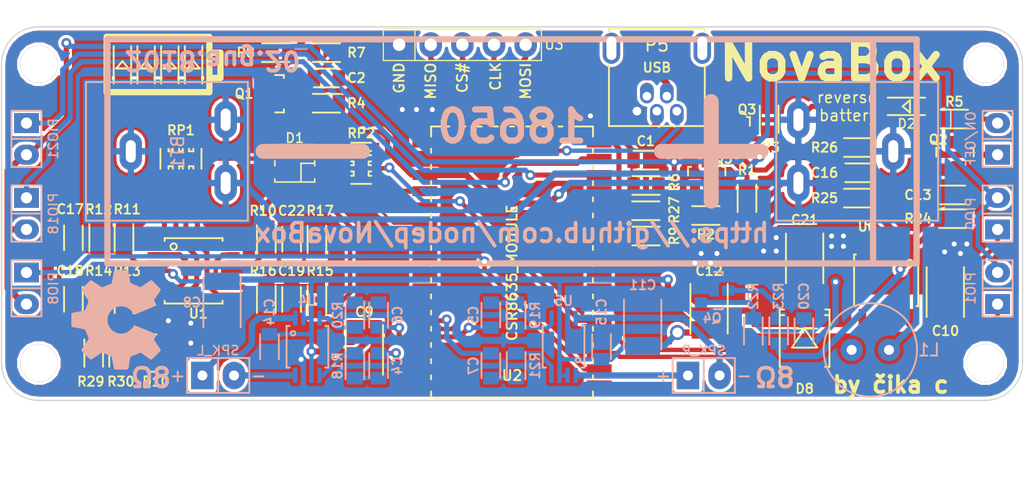
<source format=kicad_pcb>
(kicad_pcb (version 20171130) (host pcbnew "(5.0.0)")
  (layers (0 F.Cu signal) (31 B.Cu signal) (34 B.Paste user) (35 F.Paste user) (36 B.SilkS user) (37 F.SilkS user) (38 B.Mask user) (39 F.Mask user) (44 Edge.Cuts user))
  (net 0 "")
  (net 1 +BATT)
  (net 2 CSR_RST)
  (net 3 GND)
  (net 4 "Net-(C2-Pad2)")
  (net 5 1V8)
  (net 6 "Net-(C4-Pad1)")
  (net 7 "Net-(C4-Pad2)")
  (net 8 "Net-(C5-Pad1)")
  (net 9 "Net-(C5-Pad2)")
  (net 10 "Net-(C6-Pad1)")
  (net 11 "Net-(C6-Pad2)")
  (net 12 "Net-(C7-Pad1)")
  (net 13 "Net-(C7-Pad2)")
  (net 14 +5V)
  (net 15 /FB)
  (net 16 "Net-(D1-Pad1)")
  (net 17 "Net-(D4-Pad2)")
  (net 18 "Net-(D5-Pad2)")
  (net 19 "Net-(D6-Pad2)")
  (net 20 "Net-(D7-Pad2)")
  (net 21 /SW)
  (net 22 "Net-(Q1-Pad1)")
  (net 23 PWER_E)
  (net 24 LED2)
  (net 25 LED1)
  (net 26 LED0)
  (net 27 "Net-(R9-Pad2)")
  (net 28 "Net-(RP1-Pad1)")
  (net 29 "Net-(RP1-Pad2)")
  (net 30 "Net-(RP1-Pad3)")
  (net 31 "Net-(RP1-Pad4)")
  (net 32 "Net-(S1-Pad1)")
  (net 33 "Net-(S1-Pad2)")
  (net 34 "Net-(S2-Pad1)")
  (net 35 "Net-(S2-Pad2)")
  (net 36 "Net-(U2-Pad21)")
  (net 37 "Net-(U2-Pad22)")
  (net 38 "Net-(U2-Pad23)")
  (net 39 "Net-(U2-Pad24)")
  (net 40 SPI_PCM)
  (net 41 "Net-(C17-Pad1)")
  (net 42 "Net-(C18-Pad1)")
  (net 43 "Net-(C19-Pad1)")
  (net 44 2V5)
  (net 45 VBUS)
  (net 46 "Net-(D1-Pad3)")
  (net 47 "Net-(D1-Pad4)")
  (net 48 "Net-(C20-Pad1)")
  (net 49 "Net-(Q2-Pad3)")
  (net 50 PIO18)
  (net 51 PIO21)
  (net 52 PIO8)
  (net 53 PIO0)
  (net 54 PIO1)
  (net 55 "Net-(C13-Pad1)")
  (net 56 "Net-(Q4-Pad3)")
  (net 57 "Net-(R23-Pad1)")
  (net 58 /D-)
  (net 59 /D+)
  (net 60 VR_SHDN)
  (net 61 "Net-(C22-Pad1)")
  (net 62 "Net-(Q3-Pad1)")
  (net 63 "Net-(D2-Pad2)")
  (net 64 "Net-(Q5-Pad1)")
  (net 65 "Net-(R18-Pad2)")
  (net 66 "Net-(R19-Pad2)")
  (net 67 "Net-(R20-Pad2)")
  (net 68 "Net-(R21-Pad2)")
  (net 69 /-BATT)
  (module NovaBox:COIL0608 (layer B.Cu) (at 128.778 75.946 180)
    (fp_text reference L1 (at -4.699 0 180) (layer B.SilkS) (effects (justify mirror)))
    (fp_text value 4.7uH)
    (pad 2 thru_hole circle (at -1.5 0 180) (size 1.8 1.8) (drill 0.8) (layers *.Cu *.Mask) (net 1 +BATT))
    (pad 1 thru_hole circle (at 1.5 0 180) (size 1.8 1.8) (drill 0.8) (layers *.Cu *.Mask) (net 21 /SW))
  )
  (module NovaBox:Batt_Holder_18650 (layer B.Cu) (at 100 60 180)
    (fp_text reference BT1 (at 26.848 -0.071 270) (layer B.SilkS) (effects (justify mirror)))
    (fp_text value 18650 (at 0 2 180) (layer B.SilkS) (effects (font (size 2.5 2.5) (thickness 0.5)) (justify mirror)))
    (pad 2 thru_hole oval (at 30.62 0 180) (size 1.8 3) (drill oval 0.8 1.8) (layers *.Cu *.Mask) (net 69 /-BATT))
    (pad 2 thru_hole oval (at 23 -2.54 180) (size 1.8 3) (drill oval 0.8 1.8) (layers *.Cu *.Mask) (net 69 /-BATT))
    (pad 2 thru_hole oval (at 23 2.54 180) (size 1.8 3) (drill oval 0.8 1.8) (layers *.Cu *.Mask) (net 69 /-BATT))
    (pad 1 thru_hole oval (at -30.62 0 180) (size 1.8 3) (drill oval 0.8 1.8) (layers *.Cu *.Mask) (net 1 +BATT))
    (pad 1 thru_hole oval (at -23 -2.54 180) (size 1.8 3) (drill oval 0.8 1.8) (layers *.Cu *.Mask) (net 1 +BATT))
    (pad 1 thru_hole oval (at -23 2.54 180) (size 1.8 3) (drill oval 0.8 1.8) (layers *.Cu *.Mask) (net 1 +BATT))
  )
  (module NovaBox:MountingHole (layer F.Cu) (at 138 77)
    (fp_text reference P3 hide)
    (fp_text value MH hide)
    (pad 1 thru_hole circle (at 0 0) (size 3 3) (drill 3) (layers *.Cu *.Mask))
  )
  (module NovaBox:MountingHole (layer F.Cu) (at 62 77)
    (fp_text reference P1 hide)
    (fp_text value MH hide)
    (pad 1 thru_hole circle (at 0 0) (size 3 3) (drill 3) (layers *.Cu *.Mask))
  )
  (module NovaBox:MountingHole (layer F.Cu) (at 138 53)
    (fp_text reference P2 hide)
    (fp_text value MH hide)
    (pad 1 thru_hole circle (at 0 0) (size 3 3) (drill 3) (layers *.Cu *.Mask))
  )
  (module NovaBox:MountingHole (layer F.Cu) (at 62 53)
    (fp_text reference P4 hide)
    (fp_text value MH hide)
    (pad 1 thru_hole circle (at 0 0) (size 3 3) (drill 3) (layers *.Cu *.Mask))
  )
  (module NovaBox:USB_MiniB_THT (layer F.Cu) (at 111.633 56.769 270)
    (fp_text reference P5 (at -5.3 0) (layer F.SilkS))
    (fp_text value USB (at -3.5 0) (layer F.SilkS) (effects (font (size 0.75 0.75))))
    (pad 7 thru_hole oval (at -5.05 -3.65 270) (size 2.5 1.4) (drill oval 1.9 0.8) (layers *.Cu *.Mask))
    (pad 6 thru_hole oval (at -5.05 3.65 270) (size 2.5 1.4) (drill oval 1.9 0.8) (layers *.Cu *.Mask))
    (pad 5 thru_hole oval (at 0 1.6) (size 1.1 1.65) (drill 0.7 (offset 0 0.25)) (layers *.Cu *.Mask) (net 3 GND))
    (pad 4 thru_hole oval (at -1.2 0.8 180) (size 1.1 1.65) (drill 0.7 (offset 0 0.25)) (layers *.Cu *.Mask))
    (pad 3 thru_hole oval (at 0 0) (size 1.1 1.65) (drill 0.7 (offset 0 0.25)) (layers *.Cu *.Mask) (net 59 /D+))
    (pad 2 thru_hole oval (at -1.2 -0.8 180) (size 1.1 1.65) (drill 0.7 (offset 0 0.25)) (layers *.Cu *.Mask) (net 58 /D-))
    (pad 1 thru_hole oval (at 0 -1.6) (size 1.1 1.65) (drill 0.7 (offset 0 0.25)) (layers *.Cu *.Mask) (net 45 VBUS))
  )
  (module NovaBox:C_0805 (layer B.Cu) (at 80.518 75.692 270)
    (fp_text reference C14 (at -2.794 0 270) (layer B.SilkS) (effects (font (size 0.75 0.75)) (justify mirror)))
    (fp_text value 1uF)
    (pad 1 smd rect (at -1 0 270) (size 1 1.25) (layers B.Cu B.Paste B.Mask) (net 14 +5V))
    (pad 2 smd rect (at 1 0 270) (size 1 1.25) (layers B.Cu B.Paste B.Mask) (net 3 GND))
  )
  (module NovaBox:SOT-23 (layer F.Cu) (at 71.4 76.2 90)
    (fp_text reference D10 (at -2.286 0 180) (layer F.SilkS) (effects (font (size 0.75 0.75))))
    (fp_text value "Vref 2.5V")
    (pad 1 smd rect (at -0.95 1.1 90) (size 0.8 1) (layers F.Cu F.Paste F.Mask) (net 44 2V5))
    (pad 2 smd rect (at 0.95 1.1 90) (size 0.8 1) (layers F.Cu F.Paste F.Mask) (net 3 GND))
    (pad 3 smd rect (at 0 -1.1 90) (size 0.8 1) (layers F.Cu F.Paste F.Mask))
  )
  (module NovaBox:SOT-23 (layer F.Cu) (at 81.026 55.372 270)
    (fp_text reference Q1 (at 0 2.54) (layer F.SilkS) (effects (font (size 0.75 0.75))))
    (fp_text value MMBT3904)
    (pad 1 smd rect (at -0.95 1.1 270) (size 0.8 1) (layers F.Cu F.Paste F.Mask) (net 22 "Net-(Q1-Pad1)"))
    (pad 2 smd rect (at 0.95 1.1 270) (size 0.8 1) (layers F.Cu F.Paste F.Mask) (net 3 GND))
    (pad 3 smd rect (at 0 -1.1 270) (size 0.8 1) (layers F.Cu F.Paste F.Mask) (net 23 PWER_E))
  )
  (module NovaBox:SOT-23 (layer F.Cu) (at 135.575 60.368)
    (fp_text reference Q2 (at -1.336 -1.313 180) (layer F.SilkS) (effects (font (size 0.75 0.75))))
    (fp_text value IRLML6344)
    (pad 1 smd rect (at -0.95 1.1) (size 0.8 1) (layers F.Cu F.Paste F.Mask) (net 1 +BATT))
    (pad 2 smd rect (at 0.95 1.1) (size 0.8 1) (layers F.Cu F.Paste F.Mask) (net 3 GND))
    (pad 3 smd rect (at 0 -1.1) (size 0.8 1) (layers F.Cu F.Paste F.Mask) (net 49 "Net-(Q2-Pad3)"))
  )
  (module NovaBox:Resistor_Array_x4_1206 (layer F.Cu) (at 73.406 60.595)
    (fp_text reference RP1 (at 0 -2.286 180) (layer F.SilkS) (effects (font (size 0.75 0.75))))
    (fp_text value R_Pack04 hide)
    (pad 8 smd rect (at -1.325 -1) (size 0.65 0.9) (layers F.Cu F.Paste F.Mask) (net 17 "Net-(D4-Pad2)"))
    (pad 7 smd rect (at -0.4 -1) (size 0.5 0.9) (layers F.Cu F.Paste F.Mask) (net 18 "Net-(D5-Pad2)"))
    (pad 6 smd rect (at 0.4 -1) (size 0.5 0.9) (layers F.Cu F.Paste F.Mask) (net 19 "Net-(D6-Pad2)"))
    (pad 5 smd rect (at 1.325 -1) (size 0.65 0.9) (layers F.Cu F.Paste F.Mask) (net 20 "Net-(D7-Pad2)"))
    (pad 1 smd rect (at -1.325 1) (size 0.65 0.9) (layers F.Cu F.Paste F.Mask) (net 28 "Net-(RP1-Pad1)"))
    (pad 2 smd rect (at -0.4 1) (size 0.5 0.9) (layers F.Cu F.Paste F.Mask) (net 29 "Net-(RP1-Pad2)"))
    (pad 3 smd rect (at 0.4 1) (size 0.5 0.9) (layers F.Cu F.Paste F.Mask) (net 30 "Net-(RP1-Pad3)"))
    (pad 4 smd rect (at 1.325 1) (size 0.65 0.9) (layers F.Cu F.Paste F.Mask) (net 31 "Net-(RP1-Pad4)"))
  )
  (module NovaBox:TSSOP-14_4.4x5mm_Pitch0.65mm (layer F.Cu) (at 74.422 69.596)
    (fp_text reference U1 (at 0.381 3.429) (layer F.SilkS) (effects (font (size 0.75 0.75))))
    (fp_text value MCP6004)
    (pad 1 smd rect (at -3.2 -1.95) (size 1 0.4) (layers F.Cu F.Paste F.Mask) (net 28 "Net-(RP1-Pad1)"))
    (pad 2 smd rect (at -3.2 -1.3) (size 1 0.4) (layers F.Cu F.Paste F.Mask) (net 44 2V5))
    (pad 3 smd rect (at -3.2 -0.65) (size 1 0.4) (layers F.Cu F.Paste F.Mask) (net 41 "Net-(C17-Pad1)"))
    (pad 4 smd rect (at -3.2 0) (size 1 0.4) (layers F.Cu F.Paste F.Mask) (net 14 +5V))
    (pad 5 smd rect (at -3.2 0.65) (size 1 0.4) (layers F.Cu F.Paste F.Mask) (net 42 "Net-(C18-Pad1)"))
    (pad 6 smd rect (at -3.2 1.3) (size 1 0.4) (layers F.Cu F.Paste F.Mask) (net 44 2V5))
    (pad 7 smd rect (at -3.2 1.95) (size 1 0.4) (layers F.Cu F.Paste F.Mask) (net 29 "Net-(RP1-Pad2)"))
    (pad 8 smd rect (at 3.2 1.95) (size 1 0.4) (layers F.Cu F.Paste F.Mask) (net 30 "Net-(RP1-Pad3)"))
    (pad 9 smd rect (at 3.2 1.3) (size 1 0.4) (layers F.Cu F.Paste F.Mask) (net 44 2V5))
    (pad 10 smd rect (at 3.2 0.65) (size 1 0.4) (layers F.Cu F.Paste F.Mask) (net 43 "Net-(C19-Pad1)"))
    (pad 11 smd rect (at 3.2 0) (size 1 0.4) (layers F.Cu F.Paste F.Mask) (net 3 GND))
    (pad 12 smd rect (at 3.2 -0.65) (size 1 0.4) (layers F.Cu F.Paste F.Mask) (net 61 "Net-(C22-Pad1)"))
    (pad 13 smd rect (at 3.2 -1.3) (size 1 0.4) (layers F.Cu F.Paste F.Mask) (net 44 2V5))
    (pad 14 smd rect (at 3.2 -1.95) (size 1 0.4) (layers F.Cu F.Paste F.Mask) (net 31 "Net-(RP1-Pad4)"))
  )
  (module NovaBox:CSR8635_MODULE (layer F.Cu) (at 100 58 180)
    (fp_text reference U2 (at 0 -20 180) (layer F.SilkS) (effects (font (size 0.8128 0.8128) (thickness 0.1524))))
    (fp_text value CSR8635_MODULE (at 0 -11.75 270) (layer F.SilkS) (effects (font (size 0.8128 0.8128) (thickness 0.1524))))
    (pad 1 smd rect (at -7 -20.8 180) (size 2 0.8) (layers F.Cu F.Paste F.Mask))
    (pad 2 smd rect (at -7 -19.5 180) (size 2 0.8) (layers F.Cu F.Paste F.Mask) (net 52 PIO8))
    (pad 3 smd rect (at -7 -18.2 180) (size 2 0.8) (layers F.Cu F.Paste F.Mask) (net 54 PIO1))
    (pad 4 smd rect (at -7 -16.9 180) (size 2 0.8) (layers F.Cu F.Paste F.Mask) (net 53 PIO0))
    (pad 5 smd rect (at -7 -15.6 180) (size 2 0.8) (layers F.Cu F.Paste F.Mask) (net 25 LED1))
    (pad 6 smd rect (at -7 -14.3 180) (size 2 0.8) (layers F.Cu F.Paste F.Mask))
    (pad 7 smd rect (at -7 -13 180) (size 2 0.8) (layers F.Cu F.Paste F.Mask))
    (pad 8 smd rect (at -7 -11.7 180) (size 2 0.8) (layers F.Cu F.Paste F.Mask))
    (pad 9 smd rect (at -7 -10.4 180) (size 2 0.8) (layers F.Cu F.Paste F.Mask))
    (pad 10 smd rect (at -7 -9.1 180) (size 2 0.8) (layers F.Cu F.Paste F.Mask) (net 5 1V8))
    (pad 11 smd rect (at -7 -7.8 180) (size 2 0.8) (layers F.Cu F.Paste F.Mask))
    (pad 12 smd rect (at -7 -6.5 180) (size 2 0.8) (layers F.Cu F.Paste F.Mask))
    (pad 13 smd rect (at -7 -5.2 180) (size 2 0.8) (layers F.Cu F.Paste F.Mask))
    (pad 14 smd rect (at -7 -3.9 180) (size 2 0.8) (layers F.Cu F.Paste F.Mask) (net 51 PIO21))
    (pad 15 smd rect (at -7 -2.6 180) (size 2 0.8) (layers F.Cu F.Paste F.Mask) (net 50 PIO18))
    (pad 16 smd rect (at -7 -1.3 180) (size 2 0.8) (layers F.Cu F.Paste F.Mask) (net 40 SPI_PCM))
    (pad 17 smd rect (at -4.55 0.5 270) (size 2 0.8) (layers F.Cu F.Paste F.Mask) (net 3 GND))
    (pad 18 smd rect (at -3.25 0.5 270) (size 2 0.8) (layers F.Cu F.Paste F.Mask) (net 59 /D+))
    (pad 19 smd rect (at -1.95 0.5 270) (size 2 0.8) (layers F.Cu F.Paste F.Mask) (net 58 /D-))
    (pad 20 smd rect (at -0.65 0.5 270) (size 2 0.8) (layers F.Cu F.Paste F.Mask) (net 2 CSR_RST))
    (pad 21 smd rect (at 0.65 0.5 270) (size 2 0.8) (layers F.Cu F.Paste F.Mask) (net 36 "Net-(U2-Pad21)"))
    (pad 22 smd rect (at 1.95 0.5 270) (size 2 0.8) (layers F.Cu F.Paste F.Mask) (net 37 "Net-(U2-Pad22)"))
    (pad 23 smd rect (at 3.25 0.5 270) (size 2 0.8) (layers F.Cu F.Paste F.Mask) (net 38 "Net-(U2-Pad23)"))
    (pad 24 smd rect (at 4.55 0.5 270) (size 2 0.8) (layers F.Cu F.Paste F.Mask) (net 39 "Net-(U2-Pad24)"))
    (pad 25 smd rect (at 7 -1.3 180) (size 2 0.8) (layers F.Cu F.Paste F.Mask) (net 45 VBUS))
    (pad 26 smd rect (at 7 -2.6 180) (size 2 0.8) (layers F.Cu F.Paste F.Mask) (net 3 GND))
    (pad 27 smd rect (at 7 -3.9 180) (size 2 0.8) (layers F.Cu F.Paste F.Mask) (net 1 +BATT))
    (pad 28 smd rect (at 7 -5.2 180) (size 2 0.8) (layers F.Cu F.Paste F.Mask) (net 26 LED0))
    (pad 29 smd rect (at 7 -6.5 180) (size 2 0.8) (layers F.Cu F.Paste F.Mask) (net 24 LED2))
    (pad 30 smd rect (at 7 -7.8 180) (size 2 0.8) (layers F.Cu F.Paste F.Mask) (net 23 PWER_E))
    (pad 31 smd rect (at 7 -9.1 180) (size 2 0.8) (layers F.Cu F.Paste F.Mask))
    (pad 32 smd rect (at 7 -10.4 180) (size 2 0.8) (layers F.Cu F.Paste F.Mask))
    (pad 33 smd rect (at 7 -11.7 180) (size 2 0.8) (layers F.Cu F.Paste F.Mask))
    (pad 34 smd rect (at 7 -13 180) (size 2 0.8) (layers F.Cu F.Paste F.Mask))
    (pad 35 smd rect (at 7 -14.3 180) (size 2 0.8) (layers F.Cu F.Paste F.Mask))
    (pad 36 smd rect (at 7 -15.6 180) (size 2 0.8) (layers F.Cu F.Paste F.Mask) (net 13 "Net-(C7-Pad2)"))
    (pad 37 smd rect (at 7 -16.9 180) (size 2 0.8) (layers F.Cu F.Paste F.Mask) (net 9 "Net-(C5-Pad2)"))
    (pad 38 smd rect (at 7 -18.2 180) (size 2 0.8) (layers F.Cu F.Paste F.Mask) (net 11 "Net-(C6-Pad2)"))
    (pad 39 smd rect (at 7 -19.5 180) (size 2 0.8) (layers F.Cu F.Paste F.Mask) (net 7 "Net-(C4-Pad2)"))
    (pad 40 smd rect (at 7 -20.8 180) (size 2 0.8) (layers F.Cu F.Paste F.Mask) (net 3 GND))
  )
  (module NovaBox:MSOP-8_0.65mmPitch (layer B.Cu) (at 83.566 75.692 270)
    (fp_text reference U4 (at -3.683 0 180) (layer B.SilkS) (effects (font (size 0.75 0.75)) (justify mirror)))
    (fp_text value PAM8304)
    (pad 1 smd rect (at -2.3 0.975 270) (size 1.2 0.35) (layers B.Cu B.Paste B.Mask) (net 32 "Net-(S1-Pad1)"))
    (pad 2 smd rect (at -2.3 0.325 270) (size 1.2 0.35) (layers B.Cu B.Paste B.Mask) (net 14 +5V))
    (pad 3 smd rect (at -2.3 -0.325 270) (size 1.2 0.35) (layers B.Cu B.Paste B.Mask) (net 14 +5V))
    (pad 4 smd rect (at -2.3 -0.975 270) (size 1.2 0.35) (layers B.Cu B.Paste B.Mask) (net 67 "Net-(R20-Pad2)"))
    (pad 5 smd rect (at 2.3 -0.975 270) (size 1.2 0.35) (layers B.Cu B.Paste B.Mask) (net 65 "Net-(R18-Pad2)"))
    (pad 6 smd rect (at 2.3 -0.325 270) (size 1.2 0.35) (layers B.Cu B.Paste B.Mask) (net 14 +5V))
    (pad 7 smd rect (at 2.3 0.325 270) (size 1.2 0.35) (layers B.Cu B.Paste B.Mask) (net 3 GND))
    (pad 8 smd rect (at 2.3 0.975 270) (size 1.2 0.35) (layers B.Cu B.Paste B.Mask) (net 33 "Net-(S1-Pad2)"))
  )
  (module NovaBox:MSOP-8_0.65mmPitch (layer B.Cu) (at 104.14 75.692 90)
    (fp_text reference U5 (at 3.683 0) (layer B.SilkS) (effects (font (size 0.75 0.75)) (justify mirror)))
    (fp_text value PAM8304)
    (pad 1 smd rect (at -2.3 0.975 90) (size 1.2 0.35) (layers B.Cu B.Paste B.Mask) (net 34 "Net-(S2-Pad1)"))
    (pad 2 smd rect (at -2.3 0.325 90) (size 1.2 0.35) (layers B.Cu B.Paste B.Mask) (net 14 +5V))
    (pad 3 smd rect (at -2.3 -0.325 90) (size 1.2 0.35) (layers B.Cu B.Paste B.Mask) (net 14 +5V))
    (pad 4 smd rect (at -2.3 -0.975 90) (size 1.2 0.35) (layers B.Cu B.Paste B.Mask) (net 68 "Net-(R21-Pad2)"))
    (pad 5 smd rect (at 2.3 -0.975 90) (size 1.2 0.35) (layers B.Cu B.Paste B.Mask) (net 66 "Net-(R19-Pad2)"))
    (pad 6 smd rect (at 2.3 -0.325 90) (size 1.2 0.35) (layers B.Cu B.Paste B.Mask) (net 14 +5V))
    (pad 7 smd rect (at 2.3 0.325 90) (size 1.2 0.35) (layers B.Cu B.Paste B.Mask) (net 3 GND))
    (pad 8 smd rect (at 2.3 0.975 90) (size 1.2 0.35) (layers B.Cu B.Paste B.Mask) (net 35 "Net-(S2-Pad2)"))
  )
  (module NovaBox:SOIC-8_3.9x4.9mm_Pitch1.27mm (layer F.Cu) (at 130.048 70.358 270)
    (fp_text reference U6 (at -4.318 1.524) (layer F.SilkS) (effects (font (size 0.75 0.75))))
    (fp_text value LT1308)
    (pad 1 smd rect (at -3 -1.905 270) (size 1.4 0.6) (layers F.Cu F.Paste F.Mask) (net 57 "Net-(R23-Pad1)"))
    (pad 2 smd rect (at -3 -0.635 270) (size 1.4 0.6) (layers F.Cu F.Paste F.Mask) (net 15 /FB))
    (pad 3 smd rect (at -3 0.635 270) (size 1.4 0.6) (layers F.Cu F.Paste F.Mask) (net 60 VR_SHDN))
    (pad 4 smd rect (at -3 1.905 270) (size 1.4 0.6) (layers F.Cu F.Paste F.Mask) (net 3 GND))
    (pad 5 smd rect (at 3 1.905 270) (size 1.4 0.6) (layers F.Cu F.Paste F.Mask) (net 21 /SW))
    (pad 6 smd rect (at 3 0.635 270) (size 1.4 0.6) (layers F.Cu F.Paste F.Mask) (net 1 +BATT))
    (pad 7 smd rect (at 3 -0.635 270) (size 1.4 0.6) (layers F.Cu F.Paste F.Mask))
    (pad 8 smd rect (at 3 -1.905 270) (size 1.4 0.6) (layers F.Cu F.Paste F.Mask))
  )
  (module NovaBox:SMB_403A (layer F.Cu) (at 123.5 75 270)
    (fp_text reference D8 (at 4.064 0) (layer F.SilkS) (effects (font (size 0.75 0.75))))
    (fp_text value MBRS130LT3)
    (pad 1 smd rect (at -2.21 0 270) (size 2.159 2.7432) (layers F.Cu F.Paste F.Mask) (net 14 +5V))
    (pad 2 smd rect (at 2.21 0 270) (size 2.159 2.749) (layers F.Cu F.Paste F.Mask) (net 21 /SW))
  )
  (module NovaBox:SPKR (layer B.Cu) (at 115.4 78 180)
    (fp_text reference S2 hide)
    (fp_text value SPK_R (at 0 2 180) (layer B.SilkS) (effects (font (size 0.75 0.75) (thickness 0.127)) (justify mirror)))
    (fp_text user - (at -3.25 0 180) (layer B.SilkS) (effects (justify mirror)))
    (fp_text user + (at 3.25 0 180) (layer B.SilkS) (effects (justify mirror)))
    (pad 1 thru_hole rect (at 1.27 0 180) (size 1.8 2.2) (drill 0.8) (layers *.Cu *.Mask) (net 34 "Net-(S2-Pad1)"))
    (pad 2 thru_hole oval (at -1.27 0 180) (size 1.8 2.2) (drill 0.8) (layers *.Cu *.Mask) (net 35 "Net-(S2-Pad2)"))
  )
  (module NovaBox:SPKR (layer B.Cu) (at 76.4 78 180)
    (fp_text reference S1 hide)
    (fp_text value SPK_L (at 0 2 180) (layer B.SilkS) (effects (font (size 0.75 0.75) (thickness 0.127)) (justify mirror)))
    (fp_text user - (at -3.25 0 180) (layer B.SilkS) (effects (justify mirror)))
    (fp_text user + (at 3.25 0 180) (layer B.SilkS) (effects (justify mirror)))
    (pad 1 thru_hole rect (at 1.27 0 180) (size 1.8 2.2) (drill 0.8) (layers *.Cu *.Mask) (net 32 "Net-(S1-Pad1)"))
    (pad 2 thru_hole oval (at -1.27 0 180) (size 1.8 2.2) (drill 0.8) (layers *.Cu *.Mask) (net 33 "Net-(S1-Pad2)"))
  )
  (module NovaBox:LED_0805 (layer F.Cu) (at 68.707 53.052 270)
    (fp_text reference D4)
    (fp_text value BATT_E hide)
    (pad 1 smd rect (at -1.05 0 270) (size 1.2 1.2) (layers F.Cu F.Paste F.Mask) (net 3 GND))
    (pad 2 smd rect (at 1.05 0 270) (size 1.2 1.2) (layers F.Cu F.Paste F.Mask) (net 17 "Net-(D4-Pad2)"))
  )
  (module NovaBox:LED_0805 (layer F.Cu) (at 70.612 53.052 270)
    (fp_text reference D5)
    (fp_text value BATT_L hide)
    (pad 1 smd rect (at -1.05 0 270) (size 1.2 1.2) (layers F.Cu F.Paste F.Mask) (net 3 GND))
    (pad 2 smd rect (at 1.05 0 270) (size 1.2 1.2) (layers F.Cu F.Paste F.Mask) (net 18 "Net-(D5-Pad2)"))
  )
  (module NovaBox:LED_0805 (layer F.Cu) (at 72.517 53.052 270)
    (fp_text reference D6)
    (fp_text value BATT_M hide)
    (pad 1 smd rect (at -1.05 0 270) (size 1.2 1.2) (layers F.Cu F.Paste F.Mask) (net 3 GND))
    (pad 2 smd rect (at 1.05 0 270) (size 1.2 1.2) (layers F.Cu F.Paste F.Mask) (net 19 "Net-(D6-Pad2)"))
  )
  (module NovaBox:LED_0805 (layer F.Cu) (at 74.422 53.052 270)
    (fp_text reference D7)
    (fp_text value BATT_H hide)
    (pad 1 smd rect (at -1.05 0 270) (size 1.2 1.2) (layers F.Cu F.Paste F.Mask) (net 3 GND))
    (pad 2 smd rect (at 1.05 0 270) (size 1.2 1.2) (layers F.Cu F.Paste F.Mask) (net 20 "Net-(D7-Pad2)"))
  )
  (module NovaBox:CSR_DebugSmall (layer F.Cu) (at 96.012 51.435)
    (fp_text reference U3 (at 7.366 0 180) (layer F.SilkS) (effects (font (size 0.762 0.762) (thickness 0.127))))
    (fp_text value CSR_DebugSmall hide)
    (fp_text user MOSI (at 5.08 2.921 90) (layer F.SilkS) (effects (font (size 0.8128 0.8128) (thickness 0.1524))))
    (fp_text user CLK (at 2.667 2.54 90) (layer F.SilkS) (effects (font (size 0.8128 0.8128) (thickness 0.1524))))
    (fp_text user CS# (at 0 2.667 90) (layer F.SilkS) (effects (font (size 0.8128 0.8128) (thickness 0.1524))))
    (fp_text user MISO (at -2.54 2.921 90) (layer F.SilkS) (effects (font (size 0.8128 0.8128) (thickness 0.1524))))
    (fp_text user GND (at -5.08 2.667 90) (layer F.SilkS) (effects (font (size 0.8128 0.8128) (thickness 0.1524))))
    (pad 5 thru_hole rect (at -5.08 0) (size 1.8 2) (drill 1) (layers *.Cu *.Mask) (net 3 GND))
    (pad 4 thru_hole oval (at -2.54 0) (size 1.8 2) (drill 1) (layers *.Cu *.Mask) (net 39 "Net-(U2-Pad24)"))
    (pad 3 thru_hole oval (at 0 0) (size 1.8 2) (drill 1) (layers *.Cu *.Mask) (net 38 "Net-(U2-Pad23)"))
    (pad 2 thru_hole oval (at 2.54 0) (size 1.8 2) (drill 1) (layers *.Cu *.Mask) (net 37 "Net-(U2-Pad22)"))
    (pad 1 thru_hole oval (at 5.08 0) (size 1.8 2) (drill 1) (layers *.Cu *.Mask) (net 36 "Net-(U2-Pad21)"))
  )
  (module NovaBox:PLCC4 (layer F.Cu) (at 82.55 60.96 180)
    (fp_text reference D1 (at 0 2.032 180) (layer F.SilkS) (effects (font (size 0.762 0.762) (thickness 0.127))))
    (fp_text value LED_RABG hide)
    (pad 1 smd rect (at -1.5 -0.725 180) (size 1.4 0.9) (layers F.Cu F.Paste F.Mask) (net 16 "Net-(D1-Pad1)"))
    (pad 2 smd rect (at 1.5 -0.725 180) (size 1.4 0.9) (layers F.Cu F.Paste F.Mask) (net 1 +BATT))
    (pad 3 smd rect (at 1.5 0.725 180) (size 1.4 0.9) (layers F.Cu F.Paste F.Mask) (net 46 "Net-(D1-Pad3)"))
    (pad 4 smd rect (at -1.5 0.725 180) (size 1.4 0.9) (layers F.Cu F.Paste F.Mask) (net 47 "Net-(D1-Pad4)"))
  )
  (module NovaBox:Resistor_Array_x4_1206 (layer F.Cu) (at 87.884 60.96 90)
    (fp_text reference RP2 (at 2.413 0 180) (layer F.SilkS) (effects (font (size 0.75 0.75))))
    (fp_text value R_Pack04 hide)
    (pad 8 smd rect (at -1.325 -1 90) (size 0.65 0.9) (layers F.Cu F.Paste F.Mask) (net 16 "Net-(D1-Pad1)"))
    (pad 7 smd rect (at -0.4 -1 90) (size 0.5 0.9) (layers F.Cu F.Paste F.Mask) (net 47 "Net-(D1-Pad4)"))
    (pad 6 smd rect (at 0.4 -1 90) (size 0.5 0.9) (layers F.Cu F.Paste F.Mask))
    (pad 5 smd rect (at 1.325 -1 90) (size 0.65 0.9) (layers F.Cu F.Paste F.Mask) (net 46 "Net-(D1-Pad3)"))
    (pad 1 smd rect (at -1.325 1 90) (size 0.65 0.9) (layers F.Cu F.Paste F.Mask) (net 26 LED0))
    (pad 2 smd rect (at -0.4 1 90) (size 0.5 0.9) (layers F.Cu F.Paste F.Mask) (net 25 LED1))
    (pad 3 smd rect (at 0.4 1 90) (size 0.5 0.9) (layers F.Cu F.Paste F.Mask))
    (pad 4 smd rect (at 1.325 1 90) (size 0.65 0.9) (layers F.Cu F.Paste F.Mask) (net 24 LED2))
  )
  (module NovaBox:R_0805 (layer F.Cu) (at 85.09 56.134)
    (fp_text reference R4 (at 2.413 0) (layer F.SilkS) (effects (font (size 0.75 0.75))))
    (fp_text value 10K)
    (pad 1 smd rect (at -1 0) (size 1 1.3) (layers F.Cu F.Paste F.Mask) (net 23 PWER_E))
    (pad 2 smd rect (at 1 0) (size 1 1.3) (layers F.Cu F.Paste F.Mask) (net 1 +BATT))
  )
  (module NovaBox:R_0805 (layer F.Cu) (at 110.76 62.738 180)
    (fp_text reference R6 (at -2.27 0.254 270) (layer F.SilkS) (effects (font (size 0.75 0.75))))
    (fp_text value 10K)
    (pad 1 smd rect (at -1 0 180) (size 1 1.3) (layers F.Cu F.Paste F.Mask) (net 5 1V8))
    (pad 2 smd rect (at 1 0 180) (size 1 1.3) (layers F.Cu F.Paste F.Mask) (net 2 CSR_RST))
  )
  (module NovaBox:R_0805 (layer F.Cu) (at 85.09 52.07)
    (fp_text reference R7 (at 2.413 0) (layer F.SilkS) (effects (font (size 0.75 0.75))))
    (fp_text value 1K)
    (pad 1 smd rect (at -1 0) (size 1 1.3) (layers F.Cu F.Paste F.Mask) (net 22 "Net-(Q1-Pad1)"))
    (pad 2 smd rect (at 1 0) (size 1 1.3) (layers F.Cu F.Paste F.Mask) (net 4 "Net-(C2-Pad2)"))
  )
  (module NovaBox:R_0805 (layer F.Cu) (at 81.026 52.07)
    (fp_text reference R8 (at -2.413 0) (layer F.SilkS) (effects (font (size 0.75 0.75))))
    (fp_text value 10K)
    (pad 1 smd rect (at -1 0) (size 1 1.3) (layers F.Cu F.Paste F.Mask) (net 3 GND))
    (pad 2 smd rect (at 1 0) (size 1 1.3) (layers F.Cu F.Paste F.Mask) (net 22 "Net-(Q1-Pad1)"))
  )
  (module NovaBox:R_0805 (layer F.Cu) (at 110.76 66.802)
    (fp_text reference R9 (at 2.27 0 90) (layer F.SilkS) (effects (font (size 0.75 0.75))))
    (fp_text value 1K)
    (pad 1 smd rect (at -1 0) (size 1 1.3) (layers F.Cu F.Paste F.Mask) (net 5 1V8))
    (pad 2 smd rect (at 1 0) (size 1 1.3) (layers F.Cu F.Paste F.Mask) (net 27 "Net-(R9-Pad2)"))
  )
  (module NovaBox:R_0805 (layer F.Cu) (at 80.264 67.04 90)
    (fp_text reference R10 (at 2.27 -0.254 -180) (layer F.SilkS) (effects (font (size 0.75 0.75))))
    (fp_text value 270K)
    (pad 1 smd rect (at -1 0 90) (size 1 1.3) (layers F.Cu F.Paste F.Mask) (net 61 "Net-(C22-Pad1)"))
    (pad 2 smd rect (at 1 0 90) (size 1 1.3) (layers F.Cu F.Paste F.Mask) (net 1 +BATT))
  )
  (module NovaBox:R_0805 (layer F.Cu) (at 68.834 66.945 90)
    (fp_text reference R11 (at 2.286 0.254 180) (layer F.SilkS) (effects (font (size 0.75 0.75))))
    (fp_text value 240K)
    (pad 1 smd rect (at -1 0 90) (size 1 1.3) (layers F.Cu F.Paste F.Mask) (net 41 "Net-(C17-Pad1)"))
    (pad 2 smd rect (at 1 0 90) (size 1 1.3) (layers F.Cu F.Paste F.Mask) (net 1 +BATT))
  )
  (module NovaBox:R_0805 (layer F.Cu) (at 66.802 66.945 90)
    (fp_text reference R12 (at 2.286 0 180) (layer F.SilkS) (effects (font (size 0.75 0.75))))
    (fp_text value 620K)
    (pad 1 smd rect (at -1 0 90) (size 1 1.3) (layers F.Cu F.Paste F.Mask) (net 41 "Net-(C17-Pad1)"))
    (pad 2 smd rect (at 1 0 90) (size 1 1.3) (layers F.Cu F.Paste F.Mask) (net 3 GND))
  )
  (module NovaBox:R_0805 (layer F.Cu) (at 68.834 71.898 270)
    (fp_text reference R13 (at -2.286 -0.254) (layer F.SilkS) (effects (font (size 0.75 0.75))))
    (fp_text value 270K)
    (pad 1 smd rect (at -1 0 270) (size 1 1.3) (layers F.Cu F.Paste F.Mask) (net 42 "Net-(C18-Pad1)"))
    (pad 2 smd rect (at 1 0 270) (size 1 1.3) (layers F.Cu F.Paste F.Mask) (net 1 +BATT))
  )
  (module NovaBox:R_0805 (layer F.Cu) (at 66.802 71.882 270)
    (fp_text reference R14 (at -2.286 0) (layer F.SilkS) (effects (font (size 0.75 0.75))))
    (fp_text value 620K)
    (pad 1 smd rect (at -1 0 270) (size 1 1.3) (layers F.Cu F.Paste F.Mask) (net 42 "Net-(C18-Pad1)"))
    (pad 2 smd rect (at 1 0 270) (size 1 1.3) (layers F.Cu F.Paste F.Mask) (net 3 GND))
  )
  (module NovaBox:R_0805 (layer F.Cu) (at 84.328 71.898 270)
    (fp_text reference R15 (at -2.302 -0.254) (layer F.SilkS) (effects (font (size 0.75 0.75))))
    (fp_text value 240K)
    (pad 1 smd rect (at -1 0 270) (size 1 1.3) (layers F.Cu F.Paste F.Mask) (net 43 "Net-(C19-Pad1)"))
    (pad 2 smd rect (at 1 0 270) (size 1 1.3) (layers F.Cu F.Paste F.Mask) (net 1 +BATT))
  )
  (module NovaBox:R_0805 (layer F.Cu) (at 80.264 71.882 270)
    (fp_text reference R16 (at -2.286 0.254) (layer F.SilkS) (effects (font (size 0.75 0.75))))
    (fp_text value 470K)
    (pad 1 smd rect (at -1 0 270) (size 1 1.3) (layers F.Cu F.Paste F.Mask) (net 43 "Net-(C19-Pad1)"))
    (pad 2 smd rect (at 1 0 270) (size 1 1.3) (layers F.Cu F.Paste F.Mask) (net 3 GND))
  )
  (module NovaBox:R_0805 (layer F.Cu) (at 84.328 67.072 90)
    (fp_text reference R17 (at 2.302 0.254 180) (layer F.SilkS) (effects (font (size 0.75 0.75))))
    (fp_text value 470K)
    (pad 1 smd rect (at -1 0 90) (size 1 1.3) (layers F.Cu F.Paste F.Mask) (net 61 "Net-(C22-Pad1)"))
    (pad 2 smd rect (at 1 0 90) (size 1 1.3) (layers F.Cu F.Paste F.Mask) (net 3 GND))
  )
  (module NovaBox:R_0805 (layer B.Cu) (at 87.376 77.216 90)
    (fp_text reference R18 (at 0 -1.397 90) (layer B.SilkS) (effects (font (size 0.75 0.75)) (justify mirror)))
    (fp_text value 10K)
    (pad 1 smd rect (at -1 0 90) (size 1 1.3) (layers B.Cu B.Paste B.Mask) (net 6 "Net-(C4-Pad1)"))
    (pad 2 smd rect (at 1 0 90) (size 1 1.3) (layers B.Cu B.Paste B.Mask) (net 65 "Net-(R18-Pad2)"))
  )
  (module NovaBox:R_0805 (layer B.Cu) (at 100.33 73.152 270)
    (fp_text reference R19 (at 0 -1.524 90) (layer B.SilkS) (effects (font (size 0.75 0.75)) (justify mirror)))
    (fp_text value 10K)
    (pad 1 smd rect (at -1 0 270) (size 1 1.3) (layers B.Cu B.Paste B.Mask) (net 8 "Net-(C5-Pad1)"))
    (pad 2 smd rect (at 1 0 270) (size 1 1.3) (layers B.Cu B.Paste B.Mask) (net 66 "Net-(R19-Pad2)"))
  )
  (module NovaBox:R_0805 (layer B.Cu) (at 87.376 73.152 270)
    (fp_text reference R20 (at 0 1.397 270) (layer B.SilkS) (effects (font (size 0.75 0.75)) (justify mirror)))
    (fp_text value 10K)
    (pad 1 smd rect (at -1 0 270) (size 1 1.3) (layers B.Cu B.Paste B.Mask) (net 10 "Net-(C6-Pad1)"))
    (pad 2 smd rect (at 1 0 270) (size 1 1.3) (layers B.Cu B.Paste B.Mask) (net 67 "Net-(R20-Pad2)"))
  )
  (module NovaBox:R_0805 (layer B.Cu) (at 100.33 77.216 90)
    (fp_text reference R21 (at 0 1.524 90) (layer B.SilkS) (effects (font (size 0.75 0.75)) (justify mirror)))
    (fp_text value 10K)
    (pad 1 smd rect (at -1 0 90) (size 1 1.3) (layers B.Cu B.Paste B.Mask) (net 12 "Net-(C7-Pad1)"))
    (pad 2 smd rect (at 1 0 90) (size 1 1.3) (layers B.Cu B.Paste B.Mask) (net 68 "Net-(R21-Pad2)"))
  )
  (module NovaBox:R_0805 (layer B.Cu) (at 119.38 74.422 270)
    (fp_text reference R22 (at -2.794 0 90) (layer B.SilkS) (effects (font (size 0.75 0.75)) (justify mirror)))
    (fp_text value 33K)
    (pad 1 smd rect (at -1 0 270) (size 1 1.3) (layers B.Cu B.Paste B.Mask) (net 48 "Net-(C20-Pad1)"))
    (pad 2 smd rect (at 1 0 270) (size 1 1.3) (layers B.Cu B.Paste B.Mask) (net 3 GND))
  )
  (module NovaBox:R_0805 (layer B.Cu) (at 121.412 74.422 90)
    (fp_text reference R23 (at 2.794 0 270) (layer B.SilkS) (effects (font (size 0.75 0.75)) (justify mirror)))
    (fp_text value 33K)
    (pad 1 smd rect (at -1 0 90) (size 1 1.3) (layers B.Cu B.Paste B.Mask) (net 57 "Net-(R23-Pad1)"))
    (pad 2 smd rect (at 1 0 90) (size 1 1.3) (layers B.Cu B.Paste B.Mask) (net 56 "Net-(Q4-Pad3)"))
  )
  (module NovaBox:R_0805 (layer F.Cu) (at 135.398 65.405 180)
    (fp_text reference R24 (at 2.794 0 180) (layer F.SilkS) (effects (font (size 0.75 0.75))))
    (fp_text value 47K)
    (pad 1 smd rect (at -1 0 180) (size 1 1.3) (layers F.Cu F.Paste F.Mask) (net 57 "Net-(R23-Pad1)"))
    (pad 2 smd rect (at 1 0 180) (size 1 1.3) (layers F.Cu F.Paste F.Mask) (net 55 "Net-(C13-Pad1)"))
  )
  (module NovaBox:R_0805 (layer F.Cu) (at 127.762 63.754)
    (fp_text reference R25 (at -2.667 0 180) (layer F.SilkS) (effects (font (size 0.75 0.75))))
    (fp_text value 316K)
    (pad 1 smd rect (at -1 0) (size 1 1.3) (layers F.Cu F.Paste F.Mask) (net 14 +5V))
    (pad 2 smd rect (at 1 0) (size 1 1.3) (layers F.Cu F.Paste F.Mask) (net 15 /FB))
  )
  (module NovaBox:R_0805 (layer F.Cu) (at 127.762 59.69 180)
    (fp_text reference R26 (at 2.667 0) (layer F.SilkS) (effects (font (size 0.75 0.75))))
    (fp_text value 100K)
    (pad 1 smd rect (at -1 0 180) (size 1 1.3) (layers F.Cu F.Paste F.Mask) (net 15 /FB))
    (pad 2 smd rect (at 1 0 180) (size 1 1.3) (layers F.Cu F.Paste F.Mask) (net 3 GND))
  )
  (module NovaBox:R_0805 (layer F.Cu) (at 110.744 64.77 180)
    (fp_text reference R27 (at -2.286 0.0635 270) (layer F.SilkS) (effects (font (size 0.75 0.75))))
    (fp_text value 10K)
    (pad 1 smd rect (at -1 0 180) (size 1 1.3) (layers F.Cu F.Paste F.Mask) (net 5 1V8))
    (pad 2 smd rect (at 1 0 180) (size 1 1.3) (layers F.Cu F.Paste F.Mask) (net 40 SPI_PCM))
  )
  (module NovaBox:R_0805 (layer F.Cu) (at 66.4 76.2 270)
    (fp_text reference R29 (at 2.286 0.233) (layer F.SilkS) (effects (font (size 0.75 0.75))))
    (fp_text value 10K)
    (pad 1 smd rect (at -1 0 270) (size 1 1.3) (layers F.Cu F.Paste F.Mask) (net 3 GND))
    (pad 2 smd rect (at 1 0 270) (size 1 1.3) (layers F.Cu F.Paste F.Mask) (net 44 2V5))
  )
  (module NovaBox:R_0805 (layer F.Cu) (at 68.4 76.2 90)
    (fp_text reference R30 (at -2.286 0.18 180) (layer F.SilkS) (effects (font (size 0.75 0.75))))
    (fp_text value 750)
    (pad 1 smd rect (at -1 0 90) (size 1 1.3) (layers F.Cu F.Paste F.Mask) (net 44 2V5))
    (pad 2 smd rect (at 1 0 90) (size 1 1.3) (layers F.Cu F.Paste F.Mask) (net 1 +BATT))
  )
  (module NovaBox:C_0805 (layer F.Cu) (at 82.296 71.898 270)
    (fp_text reference C19 (at -2.302 0) (layer F.SilkS) (effects (font (size 0.75 0.75))))
    (fp_text value 1uF)
    (pad 1 smd rect (at -1 0 270) (size 1 1.25) (layers F.Cu F.Paste F.Mask) (net 43 "Net-(C19-Pad1)"))
    (pad 2 smd rect (at 1 0 270) (size 1 1.25) (layers F.Cu F.Paste F.Mask) (net 3 GND))
  )
  (module NovaBox:C_0805 (layer F.Cu) (at 64.77 71.882 270)
    (fp_text reference C18 (at -2.286 0.254) (layer F.SilkS) (effects (font (size 0.75 0.75))))
    (fp_text value 1uF)
    (pad 1 smd rect (at -1 0 270) (size 1 1.25) (layers F.Cu F.Paste F.Mask) (net 42 "Net-(C18-Pad1)"))
    (pad 2 smd rect (at 1 0 270) (size 1 1.25) (layers F.Cu F.Paste F.Mask) (net 3 GND))
  )
  (module NovaBox:C_0805 (layer F.Cu) (at 64.77 66.945 90)
    (fp_text reference C17 (at 2.302 -0.254 180) (layer F.SilkS) (effects (font (size 0.75 0.75))))
    (fp_text value 1uF)
    (pad 1 smd rect (at -1 0 90) (size 1 1.25) (layers F.Cu F.Paste F.Mask) (net 41 "Net-(C17-Pad1)"))
    (pad 2 smd rect (at 1 0 90) (size 1 1.25) (layers F.Cu F.Paste F.Mask) (net 3 GND))
  )
  (module NovaBox:C_0805 (layer F.Cu) (at 127.762 61.722)
    (fp_text reference C16 (at -2.667 0 180) (layer F.SilkS) (effects (font (size 0.75 0.75))))
    (fp_text value 330pF)
    (pad 1 smd rect (at -1 0) (size 1 1.25) (layers F.Cu F.Paste F.Mask) (net 14 +5V))
    (pad 2 smd rect (at 1 0) (size 1 1.25) (layers F.Cu F.Paste F.Mask) (net 15 /FB))
  )
  (module NovaBox:C_0805 (layer B.Cu) (at 107.188 75.692 90)
    (fp_text reference C15 (at 2.794 0 90) (layer B.SilkS) (effects (font (size 0.75 0.75)) (justify mirror)))
    (fp_text value 1uF)
    (pad 1 smd rect (at -1 0 90) (size 1 1.25) (layers B.Cu B.Paste B.Mask) (net 14 +5V))
    (pad 2 smd rect (at 1 0 90) (size 1 1.25) (layers B.Cu B.Paste B.Mask) (net 3 GND))
  )
  (module NovaBox:C_0805 (layer F.Cu) (at 135.398 63.5 180)
    (fp_text reference C13 (at 2.794 0 180) (layer F.SilkS) (effects (font (size 0.75 0.75))))
    (fp_text value 100pF)
    (pad 1 smd rect (at -1 0 180) (size 1 1.25) (layers F.Cu F.Paste F.Mask) (net 55 "Net-(C13-Pad1)"))
    (pad 2 smd rect (at 1 0 180) (size 1 1.25) (layers F.Cu F.Paste F.Mask) (net 3 GND))
  )
  (module NovaBox:C_0805 (layer B.Cu) (at 98.298 77.216 90)
    (fp_text reference C7 (at 0 -1.397 270) (layer B.SilkS) (effects (font (size 0.75 0.75)) (justify mirror)))
    (fp_text value 1uF)
    (pad 1 smd rect (at -1 0 90) (size 1 1.25) (layers B.Cu B.Paste B.Mask) (net 12 "Net-(C7-Pad1)"))
    (pad 2 smd rect (at 1 0 90) (size 1 1.25) (layers B.Cu B.Paste B.Mask) (net 13 "Net-(C7-Pad2)"))
  )
  (module NovaBox:C_0805 (layer B.Cu) (at 89.281 73.152 270)
    (fp_text reference C6 (at 0 -1.524 270) (layer B.SilkS) (effects (font (size 0.75 0.75)) (justify mirror)))
    (fp_text value 1uF)
    (pad 1 smd rect (at -1 0 270) (size 1 1.25) (layers B.Cu B.Paste B.Mask) (net 10 "Net-(C6-Pad1)"))
    (pad 2 smd rect (at 1 0 270) (size 1 1.25) (layers B.Cu B.Paste B.Mask) (net 11 "Net-(C6-Pad2)"))
  )
  (module NovaBox:C_0805 (layer B.Cu) (at 98.298 73.152 270)
    (fp_text reference C5 (at 0 1.397 90) (layer B.SilkS) (effects (font (size 0.75 0.75)) (justify mirror)))
    (fp_text value 1uF)
    (pad 1 smd rect (at -1 0 270) (size 1 1.25) (layers B.Cu B.Paste B.Mask) (net 8 "Net-(C5-Pad1)"))
    (pad 2 smd rect (at 1 0 270) (size 1 1.25) (layers B.Cu B.Paste B.Mask) (net 9 "Net-(C5-Pad2)"))
  )
  (module NovaBox:C_0805 (layer B.Cu) (at 89.281 77.216 90)
    (fp_text reference C4 (at 0 1.5 90) (layer B.SilkS) (effects (font (size 0.75 0.75)) (justify mirror)))
    (fp_text value 1uF)
    (pad 1 smd rect (at -1 0 90) (size 1 1.25) (layers B.Cu B.Paste B.Mask) (net 6 "Net-(C4-Pad1)"))
    (pad 2 smd rect (at 1 0 90) (size 1 1.25) (layers B.Cu B.Paste B.Mask) (net 7 "Net-(C4-Pad2)"))
  )
  (module NovaBox:C_0805 (layer F.Cu) (at 85.09 54.102 180)
    (fp_text reference C2 (at -2.413 0 180) (layer F.SilkS) (effects (font (size 0.75 0.75))))
    (fp_text value 1uF)
    (pad 1 smd rect (at -1 0 180) (size 1 1.25) (layers F.Cu F.Paste F.Mask) (net 1 +BATT))
    (pad 2 smd rect (at 1 0 180) (size 1 1.25) (layers F.Cu F.Paste F.Mask) (net 4 "Net-(C2-Pad2)"))
  )
  (module NovaBox:C_0805 (layer F.Cu) (at 110.76 60.706)
    (fp_text reference C1 (at -0.016 -1.524) (layer F.SilkS) (effects (font (size 0.75 0.75))))
    (fp_text value 100nF)
    (pad 1 smd rect (at -1 0) (size 1 1.25) (layers F.Cu F.Paste F.Mask) (net 2 CSR_RST))
    (pad 2 smd rect (at 1 0) (size 1 1.25) (layers F.Cu F.Paste F.Mask) (net 3 GND))
  )
  (module NovaBox:C_1210 (layer F.Cu) (at 115.824 72.644 90)
    (fp_text reference C12 (at 3.048 0 180) (layer F.SilkS) (effects (font (size 0.75 0.75))))
    (fp_text value 47uF)
    (pad 1 smd rect (at -1.7 0 90) (size 1.4 2.8) (layers F.Cu F.Paste F.Mask) (net 14 +5V))
    (pad 2 smd rect (at 1.7 0 90) (size 1.4 2.8) (layers F.Cu F.Paste F.Mask) (net 3 GND))
  )
  (module NovaBox:C_1210 (layer B.Cu) (at 110.49 73.914 90)
    (fp_text reference C11 (at 3.175 0) (layer B.SilkS) (effects (font (size 0.75 0.75)) (justify mirror)))
    (fp_text value 47uF)
    (pad 1 smd rect (at -1.7 0 90) (size 1.4 2.8) (layers B.Cu B.Paste B.Mask) (net 14 +5V))
    (pad 2 smd rect (at 1.7 0 90) (size 1.4 2.8) (layers B.Cu B.Paste B.Mask) (net 3 GND))
  )
  (module NovaBox:C_1210 (layer F.Cu) (at 88.138 75.946 270)
    (fp_text reference C9 (at -3.048 0) (layer F.SilkS) (effects (font (size 0.75 0.75))))
    (fp_text value 47uF)
    (pad 1 smd rect (at -1.7 0 270) (size 1.4 2.8) (layers F.Cu F.Paste F.Mask) (net 14 +5V))
    (pad 2 smd rect (at 1.7 0 270) (size 1.4 2.8) (layers F.Cu F.Paste F.Mask) (net 3 GND))
  )
  (module NovaBox:C_1210 (layer B.Cu) (at 76.708 72.136 270)
    (fp_text reference C8 (at 0 2.413 180) (layer B.SilkS) (effects (font (size 0.75 0.75)) (justify mirror)))
    (fp_text value 47uF hide)
    (pad 1 smd rect (at -1.7 0 270) (size 1.4 2.8) (layers B.Cu B.Paste B.Mask) (net 14 +5V))
    (pad 2 smd rect (at 1.7 0 270) (size 1.4 2.8) (layers B.Cu B.Paste B.Mask) (net 3 GND))
  )
  (module NovaBox:C_0805 (layer B.Cu) (at 123.444 74.422 270)
    (fp_text reference C20 (at -2.794 0 90) (layer B.SilkS) (effects (font (size 0.75 0.75)) (justify mirror)))
    (fp_text value 33nF)
    (pad 1 smd rect (at -1 0 270) (size 1 1.25) (layers B.Cu B.Paste B.Mask) (net 48 "Net-(C20-Pad1)"))
    (pad 2 smd rect (at 1 0 270) (size 1 1.25) (layers B.Cu B.Paste B.Mask) (net 14 +5V))
  )
  (module NovaBox:R_0805 (layer F.Cu) (at 118.872 63.77 90)
    (fp_text reference R1 (at 2.27 0 -180) (layer F.SilkS) (effects (font (size 0.75 0.75))))
    (fp_text value 10K)
    (pad 1 smd rect (at -1 0 90) (size 1 1.3) (layers F.Cu F.Paste F.Mask) (net 1 +BATT))
    (pad 2 smd rect (at 1 0 90) (size 1 1.3) (layers F.Cu F.Paste F.Mask) (net 62 "Net-(Q3-Pad1)"))
  )
  (module NovaBox:R_0805 (layer F.Cu) (at 115.57 65.151 180)
    (fp_text reference R2 (at 0 -1.524) (layer F.SilkS) (effects (font (size 0.75 0.75))))
    (fp_text value 10K)
    (pad 1 smd rect (at -1 0 180) (size 1 1.3) (layers F.Cu F.Paste F.Mask) (net 64 "Net-(Q5-Pad1)"))
    (pad 2 smd rect (at 1 0 180) (size 1 1.3) (layers F.Cu F.Paste F.Mask) (net 5 1V8))
  )
  (module NovaBox:C_1210 (layer F.Cu) (at 134.8 71.3 90)
    (fp_text reference C10 (at -3.122 0.0105 180) (layer F.SilkS) (effects (font (size 0.75 0.75))))
    (fp_text value 47uF)
    (pad 1 smd rect (at -1.7 0 90) (size 1.4 2.8) (layers F.Cu F.Paste F.Mask) (net 1 +BATT))
    (pad 2 smd rect (at 1.7 0 90) (size 1.4 2.8) (layers F.Cu F.Paste F.Mask) (net 3 GND))
  )
  (module NovaBox:C_1210 (layer F.Cu) (at 123.5 68.6 90)
    (fp_text reference C21 (at 3.1 0 180) (layer F.SilkS) (effects (font (size 0.75 0.75))))
    (fp_text value 47uF)
    (pad 1 smd rect (at -1.7 0 90) (size 1.4 2.8) (layers F.Cu F.Paste F.Mask) (net 14 +5V))
    (pad 2 smd rect (at 1.7 0 90) (size 1.4 2.8) (layers F.Cu F.Paste F.Mask) (net 3 GND))
  )
  (module NovaBox:SOT-23 (layer B.Cu) (at 116.2685 71.1835 90)
    (fp_text reference Q4 (at -2.2225 -0.1905 180) (layer B.SilkS) (effects (font (size 0.75 0.75)) (justify mirror)))
    (fp_text value MMBT3904)
    (pad 1 smd rect (at -0.95 -1.1 90) (size 0.8 1) (layers B.Cu B.Paste B.Mask) (net 48 "Net-(C20-Pad1)"))
    (pad 2 smd rect (at 0.95 -1.1 90) (size 0.8 1) (layers B.Cu B.Paste B.Mask) (net 3 GND))
    (pad 3 smd rect (at 0 1.1 90) (size 0.8 1) (layers B.Cu B.Paste B.Mask) (net 56 "Net-(Q4-Pad3)"))
  )
  (module NovaBox:R_0805 (layer F.Cu) (at 120.65 57.42 90)
    (fp_text reference R3 (at -2.27 0.127 -180) (layer F.SilkS) (effects (font (size 0.75 0.75))))
    (fp_text value 10K)
    (pad 1 smd rect (at -1 0 90) (size 1 1.3) (layers F.Cu F.Paste F.Mask) (net 60 VR_SHDN))
    (pad 2 smd rect (at 1 0 90) (size 1 1.3) (layers F.Cu F.Paste F.Mask) (net 3 GND))
  )
  (module NovaBox:Switch_2.5mm (layer B.Cu) (at 139 59 270)
    (fp_text reference SW6 hide)
    (fp_text value ON/OFF (at 0 2.159 270) (layer B.SilkS) (effects (font (size 0.75 0.75) (thickness 0.127)) (justify mirror)))
    (pad 1 thru_hole rect (at 1.27 0 270) (size 1.6 2) (drill 0.9) (layers *.Cu *.Mask) (net 69 /-BATT))
    (pad 2 thru_hole oval (at -1.27 0 270) (size 1.6 2) (drill 0.9) (layers *.Cu *.Mask) (net 49 "Net-(Q2-Pad3)"))
  )
  (module NovaBox:C_0805 (layer F.Cu) (at 82.296 67.056 90)
    (fp_text reference C22 (at 2.286 0 180) (layer F.SilkS) (effects (font (size 0.75 0.75))))
    (fp_text value 1uF)
    (pad 1 smd rect (at -1 0 90) (size 1 1.25) (layers F.Cu F.Paste F.Mask) (net 61 "Net-(C22-Pad1)"))
    (pad 2 smd rect (at 1 0 90) (size 1 1.25) (layers F.Cu F.Paste F.Mask) (net 3 GND))
  )
  (module NovaBox:SOT-23 (layer F.Cu) (at 117.602 57.8915)
    (fp_text reference Q3 (at 1.27 -1.2495 180) (layer F.SilkS) (effects (font (size 0.75 0.75))))
    (fp_text value IRLML6401)
    (pad 1 smd rect (at -0.95 1.1) (size 0.8 1) (layers F.Cu F.Paste F.Mask) (net 62 "Net-(Q3-Pad1)"))
    (pad 2 smd rect (at 0.95 1.1) (size 0.8 1) (layers F.Cu F.Paste F.Mask) (net 60 VR_SHDN))
    (pad 3 smd rect (at 0 -1.1) (size 0.8 1) (layers F.Cu F.Paste F.Mask) (net 1 +BATT))
  )
  (module NovaBox:SOT-23 (layer F.Cu) (at 115.636 61.892)
    (fp_text reference Q5 (at 1.331 -1.313 180) (layer F.SilkS) (effects (font (size 0.75 0.75))))
    (fp_text value MMBT3904)
    (pad 3 smd rect (at 0 -1.1) (size 0.8 1) (layers F.Cu F.Paste F.Mask) (net 62 "Net-(Q3-Pad1)"))
    (pad 2 smd rect (at 0.95 1.1) (size 0.8 1) (layers F.Cu F.Paste F.Mask) (net 3 GND))
    (pad 1 smd rect (at -0.95 1.1) (size 0.8 1) (layers F.Cu F.Paste F.Mask) (net 64 "Net-(Q5-Pad1)"))
  )
  (module NovaBox:Switch_2.5mm (layer B.Cu) (at 61 65 90)
    (fp_text reference SW1 hide)
    (fp_text value PIO18 (at 0 2.159 90) (layer B.SilkS) (effects (font (size 0.75 0.75) (thickness 0.127)) (justify mirror)))
    (pad 1 thru_hole rect (at 1.27 0 90) (size 1.6 2) (drill 0.9) (layers *.Cu *.Mask) (net 50 PIO18))
    (pad 2 thru_hole oval (at -1.27 0 90) (size 1.6 2) (drill 0.9) (layers *.Cu *.Mask) (net 27 "Net-(R9-Pad2)"))
  )
  (module NovaBox:Switch_2.5mm (layer B.Cu) (at 61 59 90)
    (fp_text reference SW2 hide)
    (fp_text value PIO21 (at 0 2.159 90) (layer B.SilkS) (effects (font (size 0.75 0.75) (thickness 0.127)) (justify mirror)))
    (pad 2 thru_hole oval (at -1.27 0 90) (size 1.6 2) (drill 0.9) (layers *.Cu *.Mask) (net 27 "Net-(R9-Pad2)"))
    (pad 1 thru_hole rect (at 1.27 0 90) (size 1.6 2) (drill 0.9) (layers *.Cu *.Mask) (net 51 PIO21))
  )
  (module NovaBox:Switch_2.5mm (layer B.Cu) (at 61 71 90)
    (fp_text reference SW3 hide)
    (fp_text value PIO8 (at 0 2.159 90) (layer B.SilkS) (effects (font (size 0.75 0.75) (thickness 0.127)) (justify mirror)))
    (pad 1 thru_hole rect (at 1.27 0 90) (size 1.6 2) (drill 0.9) (layers *.Cu *.Mask) (net 52 PIO8))
    (pad 2 thru_hole oval (at -1.27 0 90) (size 1.6 2) (drill 0.9) (layers *.Cu *.Mask) (net 27 "Net-(R9-Pad2)"))
  )
  (module NovaBox:Switch_2.5mm (layer B.Cu) (at 139 65 270)
    (fp_text reference SW4 hide)
    (fp_text value PIO0 (at 0 2.159 270) (layer B.SilkS) (effects (font (size 0.75 0.75) (thickness 0.127)) (justify mirror)))
    (pad 2 thru_hole oval (at -1.27 0 270) (size 1.6 2) (drill 0.9) (layers *.Cu *.Mask) (net 27 "Net-(R9-Pad2)"))
    (pad 1 thru_hole rect (at 1.27 0 270) (size 1.6 2) (drill 0.9) (layers *.Cu *.Mask) (net 53 PIO0))
  )
  (module NovaBox:Switch_2.5mm (layer B.Cu) (at 139 71 270)
    (fp_text reference SW5 hide)
    (fp_text value PIO1 (at 0 2.159 270) (layer B.SilkS) (effects (font (size 0.75 0.75) (thickness 0.127)) (justify mirror)))
    (pad 1 thru_hole rect (at 1.27 0 270) (size 1.6 2) (drill 0.9) (layers *.Cu *.Mask) (net 54 PIO1))
    (pad 2 thru_hole oval (at -1.27 0 270) (size 1.6 2) (drill 0.9) (layers *.Cu *.Mask) (net 27 "Net-(R9-Pad2)"))
  )
  (module NovaBox:OSHW_8mm (layer B.Cu) (at 68.199 73.533 270)
    (fp_text reference G*** hide)
    (fp_text value OSHW-logo_silkscreen-front_8mm hide)
  )
  (module NovaBox:LED_0805 (layer F.Cu) (at 131.665 56.388)
    (fp_text reference D2 (at 0.034 1.397 180) (layer F.SilkS) (effects (font (size 0.75 0.75) (thickness 0.127))))
    (fp_text value REVERSE_BATT hide)
    (pad 1 smd rect (at -1.05 0) (size 1.2 1.2) (layers F.Cu F.Paste F.Mask) (net 1 +BATT))
    (pad 2 smd rect (at 1.05 0) (size 1.2 1.2) (layers F.Cu F.Paste F.Mask) (net 63 "Net-(D2-Pad2)"))
  )
  (module NovaBox:R_0805 (layer F.Cu) (at 135.525 57.404 180)
    (fp_text reference R5 (at 0 1.397 180) (layer F.SilkS) (effects (font (size 0.75 0.75))))
    (fp_text value 1K)
    (pad 1 smd rect (at -1 0 180) (size 1 1.3) (layers F.Cu F.Paste F.Mask) (net 49 "Net-(Q2-Pad3)"))
    (pad 2 smd rect (at 1 0 180) (size 1 1.3) (layers F.Cu F.Paste F.Mask) (net 63 "Net-(D2-Pad2)"))
  )
  (gr_text "reverse\nbattery" (at 129.413 56.388) (layer F.SilkS) (effects (font (size 0.9 0.9) (thickness 0.127)) (justify right)))
  (gr_text https://github.com/nodep/NovaBox (at 100 66.548) (layer B.SilkS) (effects (font (size 1.5 1.5) (thickness 0.3)) (justify mirror)))
  (gr_line (start 75.692 54.102) (end 76.581 54.102) (layer F.SilkS) (width 0.5))
  (gr_line (start 76.581 52.07) (end 75.692 52.07) (layer F.SilkS) (width 0.5))
  (gr_line (start 76.581 52.07) (end 76.581 54.102) (layer F.SilkS) (width 0.5))
  (gr_line (start 75.692 55.245) (end 75.692 50.8) (angle 90) (layer F.SilkS) (width 0.5))
  (gr_line (start 67.437 55.245) (end 75.692 55.245) (angle 90) (layer F.SilkS) (width 0.5))
  (gr_line (start 67.437 50.8) (end 67.437 55.245) (angle 90) (layer F.SilkS) (width 0.5))
  (gr_line (start 67.437 50.8) (end 75.692 50.8) (angle 90) (layer F.SilkS) (width 0.5))
  (gr_text "by čika c" (at 125.603 78.74) (layer F.SilkS) (effects (font (size 1.3 1.3) (thickness 0.3)) (justify left)))
  (gr_text 8Ω (at 121.1 78.2) (layer B.SilkS) (effects (font (size 1.5 1.5) (thickness 0.3)) (justify mirror)))
  (gr_text 8Ω (at 71 78.2) (layer B.SilkS) (effects (font (size 1.5 1.5) (thickness 0.3)) (justify mirror)))
  (gr_arc (start 138 53) (end 138 50) (angle 90) (layer Edge.Cuts) (width 0.1))
  (gr_arc (start 138 77) (end 141 77) (angle 90) (layer Edge.Cuts) (width 0.1))
  (gr_arc (start 62 77) (end 62 80) (angle 90) (layer Edge.Cuts) (width 0.1))
  (gr_arc (start 62 53) (end 59 53) (angle 90) (layer Edge.Cuts) (width 0.1))
  (gr_text 2018.aug.20 (at 75.946 52.705 180) (layer B.SilkS) (effects (font (size 1.5 1.5) (thickness 0.3)) (justify mirror)))
  (gr_text NovaBox (at 116.332 52.832) (layer F.SilkS) (effects (font (size 2.8 2.8) (thickness 0.6)) (justify left)))
  (gr_line (start 59 53) (end 59 77) (angle 90) (layer Edge.Cuts) (width 0.1))
  (gr_line (start 138 80) (end 62 80) (angle 90) (layer Edge.Cuts) (width 0.1))
  (gr_line (start 141 53) (end 141 77) (angle 90) (layer Edge.Cuts) (width 0.1))
  (gr_line (start 62 50) (end 138 50) (angle 90) (layer Edge.Cuts) (width 0.1))
  (segment (start 130.62 60) (end 126.111 60) (width 0.508) (layer B.Cu) (net 1))
  (segment (start 130.648 60.028) (end 130.62 60) (width 0.508) (layer F.Cu) (net 1))
  (segment (start 130.62 60) (end 130.62 62.008) (width 0.508) (layer B.Cu) (net 1))
  (segment (start 130.62 62.008) (end 132.461 63.849) (width 0.508) (layer B.Cu) (net 1))
  (segment (start 130.62 59.575038) (end 130.62 60) (width 0.508) (layer F.Cu) (net 1))
  (segment (start 123 57.46) (end 123 60) (width 0.508) (layer B.Cu) (net 1))
  (segment (start 123 60) (end 123 62.54) (width 0.508) (layer B.Cu) (net 1))
  (segment (start 93 61.9) (end 96.317 61.9) (width 0.508) (layer F.Cu) (net 1))
  (segment (start 96.317 61.9) (end 98.6155 64.1985) (width 0.508) (layer F.Cu) (net 1))
  (segment (start 98.6155 64.1985) (end 102.997 64.1985) (width 0.508) (layer F.Cu) (net 1))
  (segment (start 102.997 64.1985) (end 103.759 63.4365) (width 0.508) (layer F.Cu) (net 1))
  (segment (start 104.158999 63.036501) (end 103.759 63.4365) (width 0.508) (layer B.Cu) (net 1))
  (segment (start 123 62.54) (end 104.6555 62.54) (width 0.508) (layer B.Cu) (net 1))
  (via (at 103.759 63.4365) (size 0.8) (drill 0.4) (layers F.Cu B.Cu) (net 1))
  (segment (start 86.09 54.102) (end 86.09 55.1) (width 0.4064) (layer F.Cu) (net 1))
  (segment (start 86.09 55.1) (end 86.09 56.134) (width 0.4064) (layer F.Cu) (net 1))
  (segment (start 132.461 73.763) (end 130.278 75.946) (width 0.508) (layer B.Cu) (net 1))
  (segment (start 132.461 63.849) (end 132.461 73.763) (width 0.508) (layer B.Cu) (net 1))
  (segment (start 79.973 61.685) (end 81.05 61.685) (width 0.3048) (layer F.Cu) (net 1))
  (segment (start 79.756 61.468) (end 79.973 61.685) (width 0.3048) (layer F.Cu) (net 1))
  (segment (start 83.322918 55.1) (end 82.705918 54.483) (width 0.3048) (layer F.Cu) (net 1))
  (segment (start 86.09 55.1) (end 83.322918 55.1) (width 0.3048) (layer F.Cu) (net 1))
  (segment (start 82.705918 54.483) (end 81.474918 54.483) (width 0.3048) (layer F.Cu) (net 1))
  (segment (start 81.474918 54.483) (end 81.026 54.931918) (width 0.3048) (layer F.Cu) (net 1))
  (segment (start 81.026 54.931918) (end 81.026 58.42) (width 0.3048) (layer F.Cu) (net 1))
  (segment (start 81.026 58.42) (end 79.756 59.69) (width 0.3048) (layer F.Cu) (net 1))
  (segment (start 121.6936 57.46) (end 123 57.46) (width 0.4064) (layer F.Cu) (net 1))
  (segment (start 118.4084 56.7915) (end 119.0769 57.46) (width 0.4064) (layer F.Cu) (net 1))
  (segment (start 117.602 56.7915) (end 118.4084 56.7915) (width 0.4064) (layer F.Cu) (net 1))
  (segment (start 80.264 66.04) (end 80.264 64.262) (width 0.508) (layer F.Cu) (net 1))
  (segment (start 81.05 63.476) (end 81.05 61.685) (width 0.508) (layer F.Cu) (net 1))
  (segment (start 80.264 64.262) (end 81.05 63.476) (width 0.508) (layer F.Cu) (net 1))
  (segment (start 79.756 60.579) (end 79.756 61.468) (width 0.3048) (layer F.Cu) (net 1))
  (segment (start 79.756 59.69) (end 79.756 60.579) (width 0.3048) (layer F.Cu) (net 1))
  (segment (start 68.453 75.147) (end 68.4 75.2) (width 0.508) (layer F.Cu) (net 1))
  (segment (start 68.453 74.295) (end 68.453 75.147) (width 0.508) (layer F.Cu) (net 1))
  (segment (start 68.834 72.898) (end 68.834 73.914) (width 0.508) (layer F.Cu) (net 1))
  (segment (start 68.834 73.914) (end 68.453 74.295) (width 0.508) (layer F.Cu) (net 1))
  (segment (start 68.684 65.945) (end 68.834 65.945) (width 0.3556) (layer F.Cu) (net 1))
  (segment (start 63.975198 66.929) (end 67.7 66.929) (width 0.3556) (layer F.Cu) (net 1))
  (segment (start 68.684 72.898) (end 67.549001 71.763001) (width 0.3556) (layer F.Cu) (net 1))
  (segment (start 68.834 72.898) (end 68.684 72.898) (width 0.3556) (layer F.Cu) (net 1))
  (segment (start 67.549001 71.763001) (end 63.840199 71.763001) (width 0.3556) (layer F.Cu) (net 1))
  (segment (start 63.840199 71.763001) (end 63.627 71.549802) (width 0.3556) (layer F.Cu) (net 1))
  (segment (start 63.627 71.549802) (end 63.627 67.277198) (width 0.3556) (layer F.Cu) (net 1))
  (segment (start 67.7 66.929) (end 68.684 65.945) (width 0.3556) (layer F.Cu) (net 1))
  (segment (start 63.627 67.277198) (end 63.975198 66.929) (width 0.3556) (layer F.Cu) (net 1))
  (segment (start 71.636198 60.579) (end 79.756 60.579) (width 0.3556) (layer F.Cu) (net 1))
  (segment (start 71.247 60.968198) (end 71.636198 60.579) (width 0.3556) (layer F.Cu) (net 1))
  (segment (start 71.247 64.897) (end 71.247 60.968198) (width 0.3556) (layer F.Cu) (net 1))
  (segment (start 68.834 65.945) (end 70.199 65.945) (width 0.3556) (layer F.Cu) (net 1))
  (segment (start 70.199 65.945) (end 71.247 64.897) (width 0.3556) (layer F.Cu) (net 1))
  (segment (start 119.0769 57.46) (end 121.6936 57.46) (width 0.4064) (layer F.Cu) (net 1))
  (segment (start 104.6555 62.54) (end 104.158999 63.036501) (width 0.508) (layer B.Cu) (net 1))
  (segment (start 126.111 60) (end 123 60) (width 0.508) (layer B.Cu) (net 1))
  (segment (start 121.737 62.54) (end 123 62.54) (width 0.4064) (layer F.Cu) (net 1))
  (segment (start 118.872 64.77) (end 119.507 64.77) (width 0.4064) (layer F.Cu) (net 1))
  (segment (start 119.507 64.77) (end 121.737 62.54) (width 0.4064) (layer F.Cu) (net 1))
  (segment (start 91.9 61.9) (end 93 61.9) (width 0.4064) (layer F.Cu) (net 1))
  (segment (start 90 58.95) (end 90 60) (width 0.4064) (layer F.Cu) (net 1))
  (segment (start 89.5 58.45) (end 90 58.95) (width 0.4064) (layer F.Cu) (net 1))
  (segment (start 86.644 58.45) (end 89.5 58.45) (width 0.4064) (layer F.Cu) (net 1))
  (segment (start 86.09 56.134) (end 86.09 57.896) (width 0.4064) (layer F.Cu) (net 1))
  (segment (start 90 60) (end 91.9 61.9) (width 0.4064) (layer F.Cu) (net 1))
  (segment (start 86.09 57.896) (end 86.644 58.45) (width 0.4064) (layer F.Cu) (net 1))
  (segment (start 133.858 61.468) (end 134.625 61.468) (width 0.508) (layer F.Cu) (net 1))
  (segment (start 130.62 60) (end 132.39 60) (width 0.508) (layer F.Cu) (net 1))
  (segment (start 132.39 60) (end 133.858 61.468) (width 0.508) (layer F.Cu) (net 1))
  (segment (start 124.072 56.388) (end 123 57.46) (width 0.4064) (layer F.Cu) (net 1))
  (segment (start 130.615 56.388) (end 124.072 56.388) (width 0.4064) (layer F.Cu) (net 1))
  (segment (start 84.431 63.476) (end 81.05 63.476) (width 0.3556) (layer F.Cu) (net 1))
  (segment (start 86.995 66.04) (end 84.431 63.476) (width 0.3556) (layer F.Cu) (net 1))
  (segment (start 86.995 71.374) (end 86.995 66.04) (width 0.3556) (layer F.Cu) (net 1))
  (segment (start 84.328 72.898) (end 85.471 72.898) (width 0.3556) (layer F.Cu) (net 1))
  (segment (start 85.471 72.898) (end 86.995 71.374) (width 0.3556) (layer F.Cu) (net 1))
  (segment (start 100.65 57.5) (end 100.65 58.613) (width 0.4064) (layer F.Cu) (net 2))
  (segment (start 100.65 58.613) (end 101.137 59.1) (width 0.4064) (layer F.Cu) (net 2))
  (segment (start 101.137 59.1) (end 105.068478 59.1) (width 0.4064) (layer F.Cu) (net 2))
  (segment (start 105.068478 59.1) (end 105.748478 58.42) (width 0.4064) (layer F.Cu) (net 2))
  (segment (start 105.748478 58.42) (end 108.204 58.42) (width 0.4064) (layer F.Cu) (net 2))
  (segment (start 108.204 58.42) (end 109.744 59.96) (width 0.4064) (layer F.Cu) (net 2))
  (segment (start 109.744 59.96) (end 109.744 60.706) (width 0.4064) (layer F.Cu) (net 2))
  (segment (start 109.76 60.706) (end 109.76 62.738) (width 0.508) (layer F.Cu) (net 2))
  (segment (start 126.619 67.6275) (end 126.619 66.802) (width 0.508) (layer B.Cu) (net 3))
  (via (at 126.619 66.802) (size 0.8) (drill 0.4) (layers F.Cu B.Cu) (net 3))
  (segment (start 104.55 57.5) (end 105.949 57.5) (width 0.508) (layer F.Cu) (net 3))
  (segment (start 105.949 57.5) (end 106.299 57.15) (width 0.508) (layer F.Cu) (net 3))
  (via (at 106.299 57.15) (size 0.8) (drill 0.4) (layers F.Cu B.Cu) (net 3))
  (segment (start 83.065 76.708) (end 83.057976 76.708) (width 0.508) (layer B.Cu) (net 3))
  (segment (start 83.457975 77.107999) (end 83.057976 76.708) (width 0.508) (layer F.Cu) (net 3))
  (segment (start 83.241 77.992) (end 83.241 76.884) (width 0.3556) (layer B.Cu) (net 3))
  (segment (start 88.138 77.646) (end 83.995976 77.646) (width 0.508) (layer F.Cu) (net 3))
  (segment (start 83.058 76.708) (end 83.057976 76.708) (width 0.508) (layer B.Cu) (net 3))
  (segment (start 83.241 76.884) (end 83.065 76.708) (width 0.508) (layer B.Cu) (net 3))
  (segment (start 83.241 76.891) (end 83.058 76.708) (width 0.508) (layer B.Cu) (net 3))
  (via (at 83.057976 76.708) (size 0.8) (drill 0.4) (layers F.Cu B.Cu) (net 3))
  (segment (start 136.525 67.437) (end 135.509 67.437) (width 0.508) (layer F.Cu) (net 3))
  (segment (start 136.017 68.199) (end 136.017 67.945) (width 0.508) (layer B.Cu) (net 3))
  (segment (start 136.017 67.945) (end 136.525 67.437) (width 0.508) (layer B.Cu) (net 3))
  (via (at 136.525 67.437) (size 0.8) (drill 0.4) (layers F.Cu B.Cu) (net 3))
  (segment (start 135.509 67.437) (end 135.509 67.691) (width 0.508) (layer F.Cu) (net 3))
  (segment (start 135.509 67.691) (end 136.017 68.199) (width 0.508) (layer F.Cu) (net 3))
  (via (at 136.017 68.199) (size 0.8) (drill 0.4) (layers F.Cu B.Cu) (net 3))
  (segment (start 134.747 68.072) (end 134.874 68.072) (width 0.508) (layer B.Cu) (net 3))
  (segment (start 134.874 68.072) (end 135.509 67.437) (width 0.508) (layer B.Cu) (net 3))
  (via (at 135.509 67.437) (size 0.8) (drill 0.4) (layers F.Cu B.Cu) (net 3))
  (segment (start 134.8 69.6) (end 134.8 68.125) (width 0.508) (layer F.Cu) (net 3))
  (segment (start 134.8 68.125) (end 134.747 68.072) (width 0.508) (layer F.Cu) (net 3))
  (via (at 134.747 68.072) (size 0.8) (drill 0.4) (layers F.Cu B.Cu) (net 3))
  (segment (start 134.8 69.6) (end 134.8 69.416) (width 0.508) (layer F.Cu) (net 3))
  (segment (start 125.6665 67.6275) (end 126.619 67.6275) (width 0.508) (layer F.Cu) (net 3))
  (via (at 126.619 67.6275) (size 0.8) (drill 0.4) (layers F.Cu B.Cu) (net 3))
  (segment (start 125.6665 66.802) (end 125.6665 67.6275) (width 0.508) (layer B.Cu) (net 3))
  (via (at 125.6665 67.6275) (size 0.8) (drill 0.4) (layers F.Cu B.Cu) (net 3))
  (segment (start 125.5685 66.9) (end 125.6665 66.802) (width 0.508) (layer F.Cu) (net 3))
  (segment (start 123.5 66.9) (end 125.5685 66.9) (width 0.508) (layer F.Cu) (net 3))
  (via (at 125.6665 66.802) (size 0.8) (drill 0.4) (layers F.Cu B.Cu) (net 3))
  (segment (start 123.5 66.9) (end 121.2505 66.9) (width 0.508) (layer F.Cu) (net 3))
  (segment (start 121.2505 66.9) (end 121.2215 66.929) (width 0.508) (layer F.Cu) (net 3))
  (via (at 121.2215 66.929) (size 0.8) (drill 0.4) (layers F.Cu B.Cu) (net 3))
  (segment (start 91.186 56.8325) (end 91.186 56.642) (width 0.4064) (layer F.Cu) (net 3))
  (segment (start 91.1225 56.896) (end 91.186 56.8325) (width 0.4064) (layer F.Cu) (net 3))
  (segment (start 92.329 56.642) (end 91.186 56.642) (width 0.4064) (layer B.Cu) (net 3))
  (via (at 91.186 56.642) (size 0.8) (drill 0.4) (layers F.Cu B.Cu) (net 3))
  (segment (start 93.599 56.642) (end 92.329 56.642) (width 0.4064) (layer F.Cu) (net 3))
  (via (at 92.329 56.642) (size 0.8) (drill 0.4) (layers F.Cu B.Cu) (net 3))
  (via (at 93.599 56.642) (size 0.8) (drill 0.4) (layers F.Cu B.Cu) (net 3))
  (segment (start 91.1225 59.8805) (end 91.1225 56.896) (width 0.508) (layer F.Cu) (net 3))
  (segment (start 91.842 60.6) (end 91.1225 59.8805) (width 0.508) (layer F.Cu) (net 3))
  (segment (start 93 60.6) (end 91.842 60.6) (width 0.508) (layer F.Cu) (net 3))
  (via (at 120.2055 68.0085) (size 0.8) (drill 0.4) (layers F.Cu B.Cu) (net 3))
  (via (at 121.2215 68.00849) (size 0.8) (drill 0.4) (layers F.Cu B.Cu) (net 3))
  (segment (start 121.2215 66.929) (end 121.2215 68.00849) (width 0.508) (layer B.Cu) (net 3))
  (segment (start 120.2055 68.0085) (end 121.22149 68.0085) (width 0.508) (layer F.Cu) (net 3))
  (segment (start 121.22149 68.0085) (end 121.2215 68.00849) (width 0.508) (layer F.Cu) (net 3))
  (via (at 114.681 68.961) (size 0.8) (drill 0.4) (layers F.Cu B.Cu) (net 3))
  (via (at 115.951 68.961) (size 0.8) (drill 0.4) (layers F.Cu B.Cu) (net 3))
  (via (at 116.459 68.199) (size 0.8) (drill 0.4) (layers F.Cu B.Cu) (net 3))
  (via (at 115.189 68.199) (size 0.8) (drill 0.4) (layers F.Cu B.Cu) (net 3))
  (segment (start 116.459 68.199) (end 115.189 68.199) (width 0.508) (layer F.Cu) (net 3))
  (segment (start 114.681 68.961) (end 115.951 68.961) (width 0.508) (layer B.Cu) (net 3))
  (segment (start 115.951 68.961) (end 115.189 68.199) (width 0.508) (layer F.Cu) (net 3))
  (segment (start 115.824 70.104) (end 114.681 68.961) (width 0.508) (layer F.Cu) (net 3))
  (segment (start 115.824 70.944) (end 115.824 70.104) (width 0.508) (layer F.Cu) (net 3))
  (segment (start 83.995976 77.646) (end 83.457975 77.107999) (width 0.508) (layer F.Cu) (net 3))
  (via (at 74.2 75.39997) (size 0.8) (drill 0.4) (layers F.Cu B.Cu) (net 3))
  (via (at 72.4 73.6) (size 0.8) (drill 0.4) (layers F.Cu B.Cu) (net 3))
  (segment (start 74.2 75.39997) (end 74.2 74.8) (width 0.2032) (layer B.Cu) (net 3))
  (segment (start 73.199999 73.799999) (end 73 73.6) (width 0.2032) (layer B.Cu) (net 3))
  (segment (start 73 73.6) (end 72.965685 73.6) (width 0.2032) (layer B.Cu) (net 3))
  (segment (start 72.5 73.7) (end 72.4 73.6) (width 0.2032) (layer F.Cu) (net 3))
  (segment (start 74.2 74.8) (end 73.199999 73.799999) (width 0.2032) (layer B.Cu) (net 3))
  (segment (start 72.5 75.25) (end 72.5 73.7) (width 0.2032) (layer F.Cu) (net 3))
  (segment (start 72.965685 73.6) (end 72.4 73.6) (width 0.2032) (layer B.Cu) (net 3))
  (segment (start 74.236 73.836) (end 74.2 73.8) (width 0.4064) (layer B.Cu) (net 3))
  (segment (start 76.708 73.836) (end 74.236 73.836) (width 0.4064) (layer B.Cu) (net 3))
  (segment (start 74.2 73.8) (end 73.199999 73.799999) (width 0.2032) (layer B.Cu) (net 3))
  (via (at 74.2 73.8) (size 0.8) (drill 0.4) (layers F.Cu B.Cu) (net 3))
  (segment (start 84.09 54.102) (end 84.09 54.07) (width 0.4064) (layer F.Cu) (net 4))
  (segment (start 86.09 52.07) (end 86.09 51.92) (width 0.254) (layer F.Cu) (net 4))
  (segment (start 86.09 52.102) (end 84.09 54.102) (width 0.4064) (layer F.Cu) (net 4))
  (segment (start 86.09 52.07) (end 86.09 52.102) (width 0.4064) (layer F.Cu) (net 4))
  (segment (start 111.744 64.77) (end 111.744 64.92) (width 0.4064) (layer F.Cu) (net 5))
  (segment (start 111.76 64.754) (end 111.744 64.77) (width 0.508) (layer F.Cu) (net 5))
  (segment (start 111.76 62.738) (end 111.76 64.754) (width 0.508) (layer F.Cu) (net 5))
  (segment (start 108.287 67.1) (end 107 67.1) (width 0.508) (layer F.Cu) (net 5))
  (segment (start 109.76 66.802) (end 108.585 66.802) (width 0.508) (layer F.Cu) (net 5))
  (segment (start 108.585 66.802) (end 108.287 67.1) (width 0.508) (layer F.Cu) (net 5))
  (segment (start 111.744 64.818) (end 109.76 66.802) (width 0.508) (layer F.Cu) (net 5))
  (segment (start 111.744 64.77) (end 111.744 64.818) (width 0.508) (layer F.Cu) (net 5))
  (segment (start 109.76 67.469) (end 109.76 66.802) (width 0.4064) (layer F.Cu) (net 5))
  (segment (start 110.236 67.945) (end 109.76 67.469) (width 0.4064) (layer F.Cu) (net 5))
  (segment (start 112.8324 67.945) (end 110.236 67.945) (width 0.4064) (layer F.Cu) (net 5))
  (segment (start 114.57 65.151) (end 114.57 66.2074) (width 0.4064) (layer F.Cu) (net 5))
  (segment (start 114.57 66.2074) (end 112.8324 67.945) (width 0.4064) (layer F.Cu) (net 5))
  (segment (start 87.376 78.216) (end 89.281 78.216) (width 0.3556) (layer B.Cu) (net 6))
  (segment (start 90.678 76.5844) (end 90.678 76.2) (width 0.4064) (layer F.Cu) (net 7))
  (segment (start 93 77.5) (end 91.5936 77.5) (width 0.4064) (layer F.Cu) (net 7))
  (segment (start 91.5936 77.5) (end 90.678 76.5844) (width 0.4064) (layer F.Cu) (net 7))
  (segment (start 90.662 76.216) (end 90.678 76.2) (width 0.4064) (layer B.Cu) (net 7))
  (segment (start 89.281 76.216) (end 90.662 76.216) (width 0.4064) (layer B.Cu) (net 7))
  (via (at 90.678 76.2) (size 0.8) (drill 0.4) (layers F.Cu B.Cu) (net 7))
  (segment (start 100.076 72.152) (end 98.298 72.152) (width 0.4064) (layer B.Cu) (net 8))
  (segment (start 96.52 74.168) (end 95.788 74.9) (width 0.4064) (layer F.Cu) (net 9))
  (segment (start 95.788 74.9) (end 93 74.9) (width 0.4064) (layer F.Cu) (net 9))
  (segment (start 98.298 74.152) (end 96.536 74.152) (width 0.4064) (layer B.Cu) (net 9))
  (segment (start 96.536 74.152) (end 96.52 74.168) (width 0.4064) (layer B.Cu) (net 9))
  (via (at 96.52 74.168) (size 0.8) (drill 0.4) (layers F.Cu B.Cu) (net 9))
  (segment (start 93.03 74.93) (end 93 74.9) (width 0.4064) (layer F.Cu) (net 9))
  (segment (start 89.281 72.152) (end 87.376 72.152) (width 0.3556) (layer B.Cu) (net 10))
  (segment (start 93 76.2) (end 91.948 76.2) (width 0.4064) (layer F.Cu) (net 11))
  (segment (start 91.948 76.2) (end 90.932 75.184) (width 0.4064) (layer F.Cu) (net 11))
  (segment (start 90.932 75.184) (end 90.932 74.733685) (width 0.4064) (layer F.Cu) (net 11))
  (segment (start 90.916 74.152) (end 90.932 74.168) (width 0.4064) (layer B.Cu) (net 11))
  (segment (start 89.281 74.152) (end 90.916 74.152) (width 0.4064) (layer B.Cu) (net 11))
  (via (at 90.932 74.168) (size 0.8) (drill 0.4) (layers F.Cu B.Cu) (net 11))
  (segment (start 90.932 74.733685) (end 90.932 74.168) (width 0.4064) (layer F.Cu) (net 11))
  (segment (start 98.298 78.216) (end 100.076 78.216) (width 0.4064) (layer B.Cu) (net 12))
  (segment (start 98.298 76.216) (end 95.966 76.216) (width 0.4064) (layer B.Cu) (net 13))
  (segment (start 94.75 75) (end 94.75 73.49996) (width 0.4064) (layer B.Cu) (net 13))
  (segment (start 95.966 76.216) (end 94.75 75) (width 0.4064) (layer B.Cu) (net 13))
  (segment (start 93 73.6) (end 94.64996 73.6) (width 0.4064) (layer F.Cu) (net 13))
  (segment (start 94.64996 73.6) (end 94.75 73.49996) (width 0.4064) (layer F.Cu) (net 13))
  (via (at 94.75 73.49996) (size 0.8) (drill 0.4) (layers F.Cu B.Cu) (net 13))
  (segment (start 113.284 74.549) (end 115.619 74.549) (width 0.508) (layer F.Cu) (net 14))
  (segment (start 115.619 74.549) (end 115.824 74.344) (width 0.508) (layer F.Cu) (net 14))
  (segment (start 110.49 75.614) (end 112.219 75.614) (width 0.508) (layer B.Cu) (net 14))
  (segment (start 112.219 75.614) (end 113.284 74.549) (width 0.508) (layer B.Cu) (net 14))
  (via (at 113.284 74.549) (size 1.2) (drill 0.8) (layers F.Cu B.Cu) (net 14))
  (segment (start 123.444 75.422) (end 124.222 75.422) (width 0.508) (layer B.Cu) (net 14))
  (segment (start 124.222 75.422) (end 125.984 73.66) (width 0.508) (layer B.Cu) (net 14))
  (segment (start 125.984 73.66) (end 125.984 70.485) (width 0.508) (layer B.Cu) (net 14))
  (via (at 125.984 70.485) (size 0.8) (drill 0.4) (layers F.Cu B.Cu) (net 14))
  (segment (start 126.762 61.722) (end 126.762 63.754) (width 0.508) (layer F.Cu) (net 14))
  (segment (start 83.891 74.676) (end 83.891 76.073) (width 0.3556) (layer B.Cu) (net 14))
  (segment (start 83.891 76.073) (end 83.891 77.992) (width 0.3556) (layer B.Cu) (net 14))
  (via (at 83.891 76.073) (size 0.8) (drill 0.4) (layers F.Cu B.Cu) (net 14))
  (via (at 112.522 70.2945) (size 0.8) (drill 0.4) (layers F.Cu B.Cu) (net 14))
  (segment (start 103.759 70.2945) (end 112.522 70.2945) (width 0.508) (layer B.Cu) (net 14))
  (segment (start 103.759 70.2945) (end 86.106 70.2945) (width 0.508) (layer B.Cu) (net 14))
  (segment (start 103.815 73.392) (end 103.815 70.3505) (width 0.3556) (layer B.Cu) (net 14))
  (segment (start 103.815 70.3505) (end 103.759 70.2945) (width 0.3556) (layer B.Cu) (net 14))
  (segment (start 86.106 70.231) (end 86.106 70.2945) (width 0.4064) (layer B.Cu) (net 14))
  (segment (start 86.106 70.2945) (end 83.8835 70.2945) (width 0.508) (layer B.Cu) (net 14))
  (segment (start 83.8835 70.2945) (end 76.8495 70.2945) (width 0.508) (layer B.Cu) (net 14))
  (segment (start 83.891 73.392) (end 83.891 72.4364) (width 0.3556) (layer B.Cu) (net 14))
  (segment (start 83.891 72.4364) (end 83.8835 72.4289) (width 0.3556) (layer B.Cu) (net 14))
  (segment (start 83.8835 72.4289) (end 83.8835 70.2945) (width 0.3556) (layer B.Cu) (net 14))
  (segment (start 76.8495 70.2945) (end 76.708 70.436) (width 0.508) (layer B.Cu) (net 14))
  (segment (start 110.617 75.487) (end 110.49 75.614) (width 0.4064) (layer B.Cu) (net 14))
  (segment (start 110.49 75.614) (end 109.044 75.614) (width 0.4064) (layer B.Cu) (net 14))
  (segment (start 109.044 75.614) (end 107.95 76.708) (width 0.4064) (layer B.Cu) (net 14))
  (segment (start 107.95 76.708) (end 107.204 76.708) (width 0.4064) (layer B.Cu) (net 14))
  (segment (start 107.204 76.708) (end 107.188 76.692) (width 0.4064) (layer B.Cu) (net 14))
  (segment (start 103.815 74.3476) (end 103.815 76.7) (width 0.3556) (layer B.Cu) (net 14))
  (segment (start 103.815 76.7) (end 103.815 77.992) (width 0.3556) (layer B.Cu) (net 14))
  (segment (start 107.188 76.692) (end 106.2074 76.692) (width 0.3556) (layer B.Cu) (net 14))
  (segment (start 106.2074 76.692) (end 106.1994 76.7) (width 0.3556) (layer B.Cu) (net 14))
  (segment (start 106.1994 76.7) (end 103.815 76.7) (width 0.3556) (layer B.Cu) (net 14))
  (segment (start 104.465 77.992) (end 103.815 77.992) (width 0.3556) (layer B.Cu) (net 14))
  (segment (start 83.891 74.3476) (end 83.891 74.676) (width 0.3556) (layer B.Cu) (net 14))
  (segment (start 81.4986 74.692) (end 81.5146 74.676) (width 0.3556) (layer B.Cu) (net 14))
  (segment (start 80.518 74.692) (end 81.4986 74.692) (width 0.3556) (layer B.Cu) (net 14))
  (segment (start 81.5146 74.676) (end 83.891 74.676) (width 0.3556) (layer B.Cu) (net 14))
  (segment (start 83.241 73.392) (end 83.891 73.392) (width 0.3556) (layer B.Cu) (net 14))
  (segment (start 114.388319 72.79) (end 123.5 72.79) (width 0.508) (layer F.Cu) (net 14))
  (segment (start 112.522 70.2945) (end 112.522 70.923681) (width 0.508) (layer F.Cu) (net 14))
  (segment (start 112.522 70.923681) (end 114.388319 72.79) (width 0.508) (layer F.Cu) (net 14))
  (segment (start 119.253 68.961) (end 120.2055 69.9135) (width 0.508) (layer F.Cu) (net 14))
  (segment (start 119.253 67.31) (end 119.253 68.961) (width 0.508) (layer F.Cu) (net 14))
  (segment (start 121.158 65.405) (end 119.253 67.31) (width 0.508) (layer F.Cu) (net 14))
  (segment (start 124.103 65.405) (end 121.158 65.405) (width 0.508) (layer F.Cu) (net 14))
  (segment (start 126.762 63.754) (end 125.754 63.754) (width 0.508) (layer F.Cu) (net 14))
  (segment (start 125.754 63.754) (end 124.103 65.405) (width 0.508) (layer F.Cu) (net 14))
  (segment (start 88.138 75.454) (end 88.138 74.246) (width 0.508) (layer F.Cu) (net 14))
  (segment (start 87.519 76.073) (end 88.138 75.454) (width 0.508) (layer F.Cu) (net 14))
  (segment (start 83.891 76.073) (end 87.519 76.073) (width 0.508) (layer F.Cu) (net 14))
  (via (at 72.771 69.85) (size 0.8) (drill 0.4) (layers F.Cu B.Cu) (net 14))
  (segment (start 71.222 69.596) (end 72.517 69.596) (width 0.3556) (layer F.Cu) (net 14))
  (segment (start 72.517 69.596) (end 72.771 69.85) (width 0.3556) (layer F.Cu) (net 14))
  (segment (start 73.357 70.436) (end 76.708 70.436) (width 0.3556) (layer B.Cu) (net 14))
  (segment (start 72.771 69.85) (end 73.357 70.436) (width 0.3556) (layer B.Cu) (net 14))
  (segment (start 83.891 73.392) (end 83.891 74.3476) (width 0.3556) (layer B.Cu) (net 14))
  (segment (start 103.815 73.392) (end 103.815 74.3476) (width 0.3556) (layer B.Cu) (net 14))
  (segment (start 128.762 63.754) (end 128.762 64.5) (width 0.508) (layer F.Cu) (net 15))
  (segment (start 128.762 64.5) (end 130.683 66.421) (width 0.508) (layer F.Cu) (net 15))
  (segment (start 130.683 66.421) (end 130.683 67.358) (width 0.508) (layer F.Cu) (net 15))
  (segment (start 128.762 63.754) (end 128.762 61.722) (width 0.508) (layer F.Cu) (net 15))
  (segment (start 128.762 59.69) (end 128.762 61.722) (width 0.508) (layer F.Cu) (net 15))
  (segment (start 86.884 62.285) (end 85.885 62.285) (width 0.4064) (layer F.Cu) (net 16))
  (segment (start 85.285 61.685) (end 84.05 61.685) (width 0.4064) (layer F.Cu) (net 16))
  (segment (start 85.885 62.285) (end 85.285 61.685) (width 0.4064) (layer F.Cu) (net 16))
  (segment (start 72.081 58.7386) (end 72.081 59.595) (width 0.4064) (layer F.Cu) (net 17))
  (segment (start 68.707 55.1084) (end 72.081 58.4824) (width 0.4064) (layer F.Cu) (net 17))
  (segment (start 68.707 54.102) (end 68.707 55.1084) (width 0.4064) (layer F.Cu) (net 17))
  (segment (start 72.081 58.4824) (end 72.081 58.7386) (width 0.4064) (layer F.Cu) (net 17))
  (segment (start 73.006 58.7386) (end 73.006 59.595) (width 0.4064) (layer F.Cu) (net 18))
  (segment (start 70.612 54.102) (end 70.612 55.753) (width 0.4064) (layer F.Cu) (net 18))
  (segment (start 70.612 55.753) (end 73.006 58.147) (width 0.4064) (layer F.Cu) (net 18))
  (segment (start 73.006 58.147) (end 73.006 58.7386) (width 0.4064) (layer F.Cu) (net 18))
  (segment (start 73.806 58.7386) (end 73.806 59.595) (width 0.4064) (layer F.Cu) (net 19))
  (segment (start 72.517 54.102) (end 72.517 56.388) (width 0.4064) (layer F.Cu) (net 19))
  (segment (start 72.517 56.388) (end 73.806 57.677) (width 0.4064) (layer F.Cu) (net 19))
  (segment (start 73.806 57.677) (end 73.806 58.7386) (width 0.4064) (layer F.Cu) (net 19))
  (segment (start 74.731 58.7386) (end 74.731 59.595) (width 0.4064) (layer F.Cu) (net 20))
  (segment (start 74.731 57.231) (end 74.731 58.7386) (width 0.4064) (layer F.Cu) (net 20))
  (segment (start 74.422 54.102) (end 74.422 56.922) (width 0.4064) (layer F.Cu) (net 20))
  (segment (start 74.422 56.922) (end 74.731 57.231) (width 0.4064) (layer F.Cu) (net 20))
  (segment (start 84.09 52.07) (end 82.026 52.07) (width 0.508) (layer F.Cu) (net 22))
  (segment (start 82.026 52.07) (end 82.026 52.322) (width 0.4064) (layer F.Cu) (net 22))
  (segment (start 80.026 54.322) (end 79.926 54.422) (width 0.254) (layer F.Cu) (net 22))
  (segment (start 79.9412 54.4068) (end 79.926 54.422) (width 0.508) (layer F.Cu) (net 22))
  (segment (start 80.4672 54.4068) (end 79.9412 54.4068) (width 0.508) (layer F.Cu) (net 22))
  (segment (start 82.026 52.07) (end 82.026 52.848) (width 0.508) (layer F.Cu) (net 22))
  (segment (start 82.026 52.848) (end 80.4672 54.4068) (width 0.508) (layer F.Cu) (net 22))
  (segment (start 84.09 56.134) (end 82.888 56.134) (width 0.4064) (layer F.Cu) (net 23))
  (segment (start 82.888 56.134) (end 82.126 55.372) (width 0.4064) (layer F.Cu) (net 23))
  (segment (start 87.72279 63.022182) (end 87.722789 59.150147) (width 0.2032) (layer F.Cu) (net 23))
  (segment (start 87.722789 59.150147) (end 87.530653 58.958011) (width 0.2032) (layer F.Cu) (net 23))
  (segment (start 86.060811 58.958011) (end 84.09 56.9872) (width 0.2032) (layer F.Cu) (net 23))
  (segment (start 90.500608 65.8) (end 87.72279 63.022182) (width 0.2032) (layer F.Cu) (net 23))
  (segment (start 93 65.8) (end 90.500608 65.8) (width 0.2032) (layer F.Cu) (net 23))
  (segment (start 87.530653 58.958011) (end 86.060811 58.958011) (width 0.2032) (layer F.Cu) (net 23))
  (segment (start 84.09 56.9872) (end 84.09 56.134) (width 0.2032) (layer F.Cu) (net 23))
  (segment (start 88.394358 63.119) (end 88.129199 62.853841) (width 0.2032) (layer F.Cu) (net 24))
  (segment (start 90.28425 64.5) (end 88.90325 63.119) (width 0.2032) (layer F.Cu) (net 24))
  (segment (start 93 64.5) (end 90.28425 64.5) (width 0.2032) (layer F.Cu) (net 24))
  (segment (start 88.90325 63.119) (end 88.394358 63.119) (width 0.2032) (layer F.Cu) (net 24))
  (segment (start 88.129199 62.853841) (end 88.1292 59.7366) (width 0.2032) (layer F.Cu) (net 24))
  (segment (start 88.1292 59.7366) (end 88.2308 59.635) (width 0.2032) (layer F.Cu) (net 24))
  (segment (start 93 64.5) (end 92.889 64.389) (width 0.254) (layer F.Cu) (net 24))
  (segment (start 88.2308 59.635) (end 88.884 59.635) (width 0.2032) (layer F.Cu) (net 24))
  (segment (start 96.221499 64.407999) (end 95.8215 64.008) (width 0.3556) (layer F.Cu) (net 25))
  (segment (start 107 73.6) (end 105.4135 73.6) (width 0.3556) (layer F.Cu) (net 25))
  (segment (start 95.255815 64.008) (end 95.8215 64.008) (width 0.3556) (layer B.Cu) (net 25))
  (segment (start 90.15 61.3) (end 92.858 64.008) (width 0.3556) (layer B.Cu) (net 25))
  (via (at 95.8215 64.008) (size 0.8) (drill 0.4) (layers F.Cu B.Cu) (net 25))
  (segment (start 90.09 61.36) (end 90.15 61.3) (width 0.3556) (layer F.Cu) (net 25))
  (segment (start 88.884 61.36) (end 90.09 61.36) (width 0.3556) (layer F.Cu) (net 25))
  (via (at 90.15 61.3) (size 0.8) (drill 0.4) (layers F.Cu B.Cu) (net 25))
  (segment (start 92.858 64.008) (end 95.255815 64.008) (width 0.3556) (layer B.Cu) (net 25))
  (segment (start 105.4135 73.6) (end 96.221499 64.407999) (width 0.3556) (layer F.Cu) (net 25))
  (segment (start 93 63.2) (end 90.9 63.2) (width 0.4064) (layer F.Cu) (net 26))
  (segment (start 89.985 62.285) (end 88.884 62.285) (width 0.4064) (layer F.Cu) (net 26))
  (segment (start 90.9 63.2) (end 89.985 62.285) (width 0.4064) (layer F.Cu) (net 26))
  (segment (start 139 69.73) (end 139 69.15) (width 0.3556) (layer B.Cu) (net 27))
  (segment (start 139 69.15) (end 137.414 67.564) (width 0.3556) (layer B.Cu) (net 27))
  (segment (start 137.414 67.564) (end 137.414 65.116) (width 0.3556) (layer B.Cu) (net 27))
  (segment (start 137.414 65.116) (end 138.8 63.73) (width 0.3556) (layer B.Cu) (net 27))
  (segment (start 138.8 69.73) (end 139 69.73) (width 0.4064) (layer B.Cu) (net 27))
  (via (at 64.2 51.3) (size 0.8) (drill 0.4) (layers F.Cu B.Cu) (net 27))
  (segment (start 64.2 51.865685) (end 64.2 51.3) (width 0.4064) (layer F.Cu) (net 27))
  (segment (start 61.2 60.27) (end 64.2 57.27) (width 0.4064) (layer F.Cu) (net 27))
  (segment (start 61 60.27) (end 61.2 60.27) (width 0.4064) (layer F.Cu) (net 27))
  (segment (start 59.492 61.578) (end 59.492 66.294) (width 0.508) (layer F.Cu) (net 27))
  (segment (start 61 66.27) (end 59.516 66.27) (width 0.508) (layer F.Cu) (net 27))
  (segment (start 59.492 66.294) (end 59.492 70.962) (width 0.508) (layer F.Cu) (net 27))
  (segment (start 59.516 66.27) (end 59.492 66.294) (width 0.508) (layer F.Cu) (net 27))
  (segment (start 61 60.27) (end 60.8 60.27) (width 0.508) (layer F.Cu) (net 27))
  (segment (start 60.8 60.27) (end 59.492 61.578) (width 0.508) (layer F.Cu) (net 27))
  (segment (start 59.492 70.962) (end 60.8 72.27) (width 0.508) (layer F.Cu) (net 27))
  (segment (start 60.8 72.27) (end 61 72.27) (width 0.508) (layer F.Cu) (net 27))
  (segment (start 61 72.27) (end 61.2 72.27) (width 0.4064) (layer F.Cu) (net 27))
  (segment (start 61 60.27) (end 60.8 60.27) (width 0.4064) (layer B.Cu) (net 27))
  (via (at 113.029982 60.833) (size 0.8) (drill 0.4) (layers F.Cu B.Cu) (net 27))
  (segment (start 112.464297 60.833) (end 113.029982 60.833) (width 0.4064) (layer B.Cu) (net 27))
  (segment (start 83.7565 51.562) (end 93.0275 60.833) (width 0.4064) (layer B.Cu) (net 27))
  (segment (start 64.2 51.3) (end 64.462 51.562) (width 0.4064) (layer B.Cu) (net 27))
  (segment (start 64.462 51.562) (end 83.7565 51.562) (width 0.4064) (layer B.Cu) (net 27))
  (segment (start 112.6664 66.802) (end 111.76 66.802) (width 0.4064) (layer F.Cu) (net 27))
  (segment (start 113.029982 66.438418) (end 112.6664 66.802) (width 0.4064) (layer F.Cu) (net 27))
  (segment (start 113.029982 60.833) (end 113.029982 66.438418) (width 0.4064) (layer F.Cu) (net 27))
  (segment (start 138.8 63.73) (end 139 63.73) (width 0.4064) (layer B.Cu) (net 27))
  (segment (start 93.0275 60.833) (end 112.464297 60.833) (width 0.4064) (layer B.Cu) (net 27))
  (segment (start 64.2 57.27) (end 64.2 51.865685) (width 0.4064) (layer F.Cu) (net 27))
  (segment (start 135.001 59.931) (end 135.001 53.721) (width 0.4064) (layer B.Cu) (net 27))
  (segment (start 138.8 63.73) (end 135.001 59.931) (width 0.4064) (layer B.Cu) (net 27))
  (segment (start 118.237 60.833) (end 113.029982 60.833) (width 0.4064) (layer B.Cu) (net 27))
  (segment (start 135.001 53.721) (end 120.904 53.721) (width 0.4064) (layer B.Cu) (net 27))
  (segment (start 120.904 53.721) (end 120.523 54.102) (width 0.4064) (layer B.Cu) (net 27))
  (segment (start 120.523 54.102) (end 120.523 58.547) (width 0.4064) (layer B.Cu) (net 27))
  (segment (start 120.523 58.547) (end 118.237 60.833) (width 0.4064) (layer B.Cu) (net 27))
  (segment (start 72.081 65.77) (end 72.081 67.365) (width 0.4064) (layer F.Cu) (net 28))
  (segment (start 72.081 67.365) (end 71.8 67.646) (width 0.4064) (layer F.Cu) (net 28))
  (segment (start 71.8 67.646) (end 71.222 67.646) (width 0.4064) (layer F.Cu) (net 28))
  (segment (start 72.081 65.77) (end 72.081 61.595) (width 0.4064) (layer F.Cu) (net 28))
  (segment (start 73.006 66.783) (end 73.006 61.595) (width 0.4064) (layer F.Cu) (net 29))
  (segment (start 74.676 68.453) (end 73.006 66.783) (width 0.4064) (layer F.Cu) (net 29))
  (segment (start 74.676 70.6755) (end 74.676 68.453) (width 0.4064) (layer F.Cu) (net 29))
  (segment (start 71.222 71.546) (end 73.8055 71.546) (width 0.4064) (layer F.Cu) (net 29))
  (segment (start 73.8055 71.546) (end 74.676 70.6755) (width 0.4064) (layer F.Cu) (net 29))
  (segment (start 76.372 71.546) (end 77.622 71.546) (width 0.4064) (layer F.Cu) (net 30))
  (segment (start 75.5015 70.6755) (end 76.372 71.546) (width 0.4064) (layer F.Cu) (net 30))
  (segment (start 75.5015 68.1355) (end 75.5015 70.6755) (width 0.4064) (layer F.Cu) (net 30))
  (segment (start 73.806 61.595) (end 73.806 66.44) (width 0.4064) (layer F.Cu) (net 30))
  (segment (start 73.806 66.44) (end 75.5015 68.1355) (width 0.4064) (layer F.Cu) (net 30))
  (segment (start 74.731 66.095) (end 74.731 61.595) (width 0.4064) (layer F.Cu) (net 31))
  (segment (start 77.622 67.646) (end 76.282 67.646) (width 0.4064) (layer F.Cu) (net 31))
  (segment (start 76.282 67.646) (end 74.731 66.095) (width 0.4064) (layer F.Cu) (net 31))
  (segment (start 75.13 78) (end 75.13 77.8) (width 0.508) (layer B.Cu) (net 32))
  (segment (start 75.13 77.8) (end 76.538 76.392) (width 0.508) (layer B.Cu) (net 32))
  (segment (start 76.538 76.392) (end 78.208 76.392) (width 0.508) (layer B.Cu) (net 32))
  (segment (start 78.208 76.392) (end 79.1 75.5) (width 0.508) (layer B.Cu) (net 32))
  (segment (start 79.1 73.9) (end 79.6 73.4) (width 0.508) (layer B.Cu) (net 32))
  (segment (start 79.1 75.5) (end 79.1 73.9) (width 0.508) (layer B.Cu) (net 32))
  (segment (start 79.6 73.4) (end 82.4 73.4) (width 0.508) (layer B.Cu) (net 32))
  (segment (start 82.591 73.392) (end 82.408 73.392) (width 0.2032) (layer B.Cu) (net 32))
  (segment (start 82.408 73.392) (end 82.4 73.4) (width 0.2032) (layer B.Cu) (net 32))
  (segment (start 82.591 77.992) (end 82.408 77.992) (width 0.2032) (layer B.Cu) (net 33))
  (segment (start 82.408 77.992) (end 82.4 78) (width 0.2032) (layer B.Cu) (net 33))
  (segment (start 77.67 78) (end 82.4 78) (width 0.508) (layer B.Cu) (net 33))
  (segment (start 105.115 77.992) (end 105.292 77.992) (width 0.2032) (layer B.Cu) (net 34))
  (segment (start 105.292 77.992) (end 105.3 78) (width 0.2032) (layer B.Cu) (net 34))
  (segment (start 114.13 78) (end 105.3 78) (width 0.508) (layer B.Cu) (net 34))
  (segment (start 114.165 77.992) (end 114.173 78) (width 0.3556) (layer B.Cu) (net 34))
  (segment (start 105.115 73.392) (end 105.292 73.392) (width 0.2032) (layer B.Cu) (net 35))
  (segment (start 105.292 73.392) (end 105.3 73.4) (width 0.2032) (layer B.Cu) (net 35))
  (segment (start 116.67 76.284) (end 113.757201 73.371201) (width 0.508) (layer B.Cu) (net 35))
  (segment (start 116.67 78) (end 116.67 76.284) (width 0.508) (layer B.Cu) (net 35))
  (segment (start 113.757201 73.371201) (end 105.328799 73.371201) (width 0.508) (layer B.Cu) (net 35))
  (segment (start 105.328799 73.371201) (end 105.3 73.4) (width 0.508) (layer B.Cu) (net 35))
  (segment (start 101.092 51.435) (end 101.092 52.508) (width 0.4064) (layer F.Cu) (net 36))
  (segment (start 101.092 52.508) (end 99.35 54.25) (width 0.4064) (layer F.Cu) (net 36))
  (segment (start 99.35 54.25) (end 99.35 56.0936) (width 0.4064) (layer F.Cu) (net 36))
  (segment (start 99.35 56.0936) (end 99.35 57.5) (width 0.4064) (layer F.Cu) (net 36))
  (segment (start 98.552 51.435) (end 98.552 52.648) (width 0.4064) (layer F.Cu) (net 37))
  (segment (start 98.552 52.648) (end 98.05 53.15) (width 0.4064) (layer F.Cu) (net 37))
  (segment (start 98.05 53.15) (end 98.05 56.0936) (width 0.4064) (layer F.Cu) (net 37))
  (segment (start 98.05 56.0936) (end 98.05 57.5) (width 0.4064) (layer F.Cu) (net 37))
  (segment (start 96.012 51.435) (end 96.012 52.612) (width 0.4064) (layer F.Cu) (net 38))
  (segment (start 96.012 52.612) (end 96.75 53.35) (width 0.4064) (layer F.Cu) (net 38))
  (segment (start 96.75 53.35) (end 96.75 56.0936) (width 0.4064) (layer F.Cu) (net 38))
  (segment (start 96.75 56.0936) (end 96.75 57.5) (width 0.4064) (layer F.Cu) (net 38))
  (segment (start 95.45 57.5) (end 95.45 54.55) (width 0.4064) (layer F.Cu) (net 39))
  (segment (start 95.45 54.55) (end 93.472 52.572) (width 0.4064) (layer F.Cu) (net 39))
  (segment (start 93.472 52.572) (end 93.472 51.435) (width 0.4064) (layer F.Cu) (net 39))
  (segment (start 107 59.3) (end 108.1315 59.3) (width 0.4064) (layer F.Cu) (net 40))
  (segment (start 108.585 59.7535) (end 108.585 64.1985) (width 0.4064) (layer F.Cu) (net 40))
  (segment (start 108.1315 59.3) (end 108.585 59.7535) (width 0.4064) (layer F.Cu) (net 40))
  (segment (start 109.1565 64.77) (end 109.744 64.77) (width 0.4064) (layer F.Cu) (net 40))
  (segment (start 108.585 64.1985) (end 109.1565 64.77) (width 0.4064) (layer F.Cu) (net 40))
  (segment (start 64.77 67.945) (end 66.802 67.945) (width 0.508) (layer F.Cu) (net 41))
  (segment (start 68.834 67.945) (end 66.802 67.945) (width 0.508) (layer F.Cu) (net 41))
  (segment (start 69.835 68.946) (end 68.834 67.945) (width 0.3556) (layer F.Cu) (net 41))
  (segment (start 71.222 68.946) (end 69.835 68.946) (width 0.3556) (layer F.Cu) (net 41))
  (segment (start 64.77 70.882) (end 66.802 70.882) (width 0.508) (layer F.Cu) (net 42))
  (segment (start 68.818 70.882) (end 68.834 70.898) (width 0.508) (layer F.Cu) (net 42))
  (segment (start 66.802 70.882) (end 68.818 70.882) (width 0.508) (layer F.Cu) (net 42))
  (segment (start 69.486 70.246) (end 68.834 70.898) (width 0.3556) (layer F.Cu) (net 42))
  (segment (start 71.222 70.246) (end 69.486 70.246) (width 0.3556) (layer F.Cu) (net 42))
  (segment (start 79.628 70.246) (end 80.264 70.882) (width 0.3556) (layer F.Cu) (net 43))
  (segment (start 77.622 70.246) (end 79.628 70.246) (width 0.3556) (layer F.Cu) (net 43))
  (segment (start 80.28 70.898) (end 80.264 70.882) (width 0.508) (layer F.Cu) (net 43))
  (segment (start 82.296 70.898) (end 80.28 70.898) (width 0.508) (layer F.Cu) (net 43))
  (segment (start 82.296 70.898) (end 84.328 70.898) (width 0.508) (layer F.Cu) (net 43))
  (segment (start 68.4 77.2) (end 66.4 77.2) (width 0.4064) (layer F.Cu) (net 44))
  (segment (start 68.4 77.2) (end 72.45 77.2) (width 0.4064) (layer F.Cu) (net 44))
  (segment (start 72.45 77.2) (end 72.5 77.15) (width 0.4064) (layer F.Cu) (net 44))
  (segment (start 70.315599 74.760599) (end 70.379077 74.760599) (width 0.4064) (layer F.Cu) (net 44))
  (segment (start 72.4 77.15) (end 72.5 77.15) (width 0.4064) (layer F.Cu) (net 44))
  (segment (start 70.379077 74.760599) (end 71.5936 75.975122) (width 0.4064) (layer F.Cu) (net 44))
  (segment (start 71.5936 75.975122) (end 71.5936 76.3436) (width 0.4064) (layer F.Cu) (net 44))
  (segment (start 71.5936 76.3436) (end 72.4 77.15) (width 0.4064) (layer F.Cu) (net 44))
  (segment (start 77.622 70.896) (end 78.403522 70.896) (width 0.4064) (layer F.Cu) (net 44))
  (segment (start 78.403522 70.896) (end 78.74 71.232478) (width 0.4064) (layer F.Cu) (net 44))
  (segment (start 78.74 71.232478) (end 78.74 72.39) (width 0.4064) (layer F.Cu) (net 44))
  (segment (start 78.74 72.39) (end 78.232 72.39) (width 0.4064) (layer F.Cu) (net 44))
  (segment (start 70.315599 72.39) (end 70.315599 74.760599) (width 0.4064) (layer F.Cu) (net 44))
  (segment (start 70.315599 72.39) (end 70.315599 71.020879) (width 0.4064) (layer F.Cu) (net 44))
  (segment (start 70.315599 71.020879) (end 70.440478 70.896) (width 0.4064) (layer F.Cu) (net 44))
  (segment (start 70.440478 70.896) (end 71.222 70.896) (width 0.4064) (layer F.Cu) (net 44))
  (segment (start 76.7664 70.896) (end 77.622 70.896) (width 0.3556) (layer F.Cu) (net 44))
  (segment (start 76.2 70.3296) (end 76.7664 70.896) (width 0.3556) (layer F.Cu) (net 44))
  (segment (start 76.2 68.8624) (end 76.2 70.3296) (width 0.3556) (layer F.Cu) (net 44))
  (segment (start 77.622 68.296) (end 76.7664 68.296) (width 0.3556) (layer F.Cu) (net 44))
  (segment (start 76.7664 68.296) (end 76.2 68.8624) (width 0.3556) (layer F.Cu) (net 44))
  (segment (start 73.3125 70.896) (end 71.222 70.896) (width 0.4064) (layer F.Cu) (net 44))
  (segment (start 73.787 70.4215) (end 73.3125 70.896) (width 0.4064) (layer F.Cu) (net 44))
  (segment (start 73.787 68.7705) (end 73.787 70.4215) (width 0.4064) (layer F.Cu) (net 44))
  (segment (start 71.222 68.296) (end 73.3125 68.296) (width 0.4064) (layer F.Cu) (net 44))
  (segment (start 73.3125 68.296) (end 73.787 68.7705) (width 0.4064) (layer F.Cu) (net 44))
  (segment (start 78.232 72.39) (end 70.315599 72.39) (width 0.4064) (layer F.Cu) (net 44))
  (segment (start 104.394 59.944) (end 111.506 59.944) (width 0.3556) (layer B.Cu) (net 45))
  (segment (start 111.506 59.944) (end 113.284 58.166) (width 0.3556) (layer B.Cu) (net 45))
  (segment (start 113.284 58.166) (end 113.284 56.82) (width 0.3556) (layer B.Cu) (net 45))
  (segment (start 113.284 56.82) (end 113.233 56.769) (width 0.3556) (layer B.Cu) (net 45))
  (segment (start 93 59.3) (end 100.194 59.3) (width 0.3556) (layer F.Cu) (net 45))
  (segment (start 103.828315 59.944) (end 104.394 59.944) (width 0.3556) (layer F.Cu) (net 45))
  (segment (start 100.194 59.3) (end 100.838 59.944) (width 0.3556) (layer F.Cu) (net 45))
  (via (at 104.394 59.944) (size 0.8) (drill 0.4) (layers F.Cu B.Cu) (net 45))
  (segment (start 100.838 59.944) (end 103.828315 59.944) (width 0.3556) (layer F.Cu) (net 45))
  (segment (start 82.235 59.3) (end 81.3 60.235) (width 0.4064) (layer F.Cu) (net 46))
  (segment (start 81.3 60.235) (end 81.05 60.235) (width 0.4064) (layer F.Cu) (net 46))
  (segment (start 85.462 59.3) (end 85.598 59.436) (width 0.3556) (layer F.Cu) (net 46))
  (segment (start 82.235 59.3) (end 85.462 59.3) (width 0.3556) (layer F.Cu) (net 46))
  (segment (start 85.797 59.635) (end 86.884 59.635) (width 0.3556) (layer F.Cu) (net 46))
  (segment (start 85.462 59.3) (end 85.797 59.635) (width 0.3556) (layer F.Cu) (net 46))
  (segment (start 86.884 61.36) (end 86.36 61.36) (width 0.4064) (layer F.Cu) (net 47))
  (segment (start 86.36 61.36) (end 85.235 60.235) (width 0.4064) (layer F.Cu) (net 47))
  (segment (start 85.235 60.235) (end 84.05 60.235) (width 0.4064) (layer F.Cu) (net 47))
  (segment (start 119.38 73.422) (end 119.38 73.7235) (width 0.3048) (layer B.Cu) (net 48))
  (segment (start 119.38 73.7235) (end 120.0785 74.422) (width 0.3048) (layer B.Cu) (net 48))
  (segment (start 120.0785 74.422) (end 122.936 74.422) (width 0.3048) (layer B.Cu) (net 48))
  (segment (start 122.936 74.422) (end 123.444 73.914) (width 0.3048) (layer B.Cu) (net 48))
  (segment (start 123.444 73.914) (end 123.444 73.422) (width 0.3048) (layer B.Cu) (net 48))
  (segment (start 115.1685 72.1335) (end 118.9979 72.1335) (width 0.4064) (layer B.Cu) (net 48))
  (segment (start 118.9979 72.1335) (end 119.38 72.5156) (width 0.4064) (layer B.Cu) (net 48))
  (segment (start 119.38 72.5156) (end 119.38 73.422) (width 0.4064) (layer B.Cu) (net 48))
  (segment (start 136.525 58.318) (end 135.575 59.268) (width 0.4064) (layer F.Cu) (net 49))
  (segment (start 136.525 57.404) (end 136.525 58.318) (width 0.4064) (layer F.Cu) (net 49))
  (segment (start 138.674 57.404) (end 139 57.73) (width 0.4064) (layer F.Cu) (net 49))
  (segment (start 136.525 57.404) (end 138.674 57.404) (width 0.4064) (layer F.Cu) (net 49))
  (segment (start 99.441 62.484) (end 92.9005 62.484) (width 0.4064) (layer B.Cu) (net 50))
  (segment (start 92.9005 62.484) (end 83.216501 52.800001) (width 0.4064) (layer B.Cu) (net 50))
  (segment (start 83.216501 52.800001) (end 65.399999 52.800001) (width 0.4064) (layer B.Cu) (net 50))
  (segment (start 65.399999 52.800001) (end 64.516012 53.683988) (width 0.4064) (layer B.Cu) (net 50))
  (segment (start 64.516012 57.283988) (end 62.8 59) (width 0.4064) (layer B.Cu) (net 50))
  (segment (start 64.516012 53.683988) (end 64.516012 57.283988) (width 0.4064) (layer B.Cu) (net 50))
  (segment (start 62.8 59) (end 62.8 60.7236) (width 0.4064) (layer B.Cu) (net 50))
  (segment (start 62.8 60.7236) (end 61 62.5236) (width 0.4064) (layer B.Cu) (net 50))
  (segment (start 61 62.5236) (end 61 63.73) (width 0.4064) (layer B.Cu) (net 50))
  (segment (start 107 60.6) (end 105.5936 60.6) (width 0.4064) (layer F.Cu) (net 50))
  (segment (start 105.5936 60.6) (end 105.2336 60.96) (width 0.4064) (layer F.Cu) (net 50))
  (segment (start 105.2336 60.96) (end 100.399315 60.96) (width 0.4064) (layer F.Cu) (net 50))
  (segment (start 100.399315 60.96) (end 99.441 61.918315) (width 0.4064) (layer F.Cu) (net 50))
  (segment (start 99.441 61.918315) (end 99.441 62.484) (width 0.4064) (layer F.Cu) (net 50))
  (via (at 99.441 62.484) (size 0.8) (drill 0.4) (layers F.Cu B.Cu) (net 50))
  (segment (start 101.473 61.9125) (end 101.073001 61.512501) (width 0.4064) (layer B.Cu) (net 51))
  (segment (start 101.073001 61.512501) (end 92.818001 61.512501) (width 0.4064) (layer B.Cu) (net 51))
  (segment (start 92.818001 61.512501) (end 83.49589 52.19039) (width 0.4064) (layer B.Cu) (net 51))
  (segment (start 83.49589 52.19039) (end 65.14749 52.19039) (width 0.4064) (layer B.Cu) (net 51))
  (segment (start 65.14749 52.19039) (end 63.906401 53.431479) (width 0.4064) (layer B.Cu) (net 51))
  (segment (start 63.906401 53.431479) (end 63.906401 56.893599) (width 0.4064) (layer B.Cu) (net 51))
  (segment (start 63.906401 56.893599) (end 63.07 57.73) (width 0.4064) (layer B.Cu) (net 51))
  (segment (start 63.07 57.73) (end 61 57.73) (width 0.4064) (layer B.Cu) (net 51))
  (segment (start 101.4855 61.9) (end 101.473 61.9125) (width 0.4064) (layer F.Cu) (net 51))
  (segment (start 107 61.9) (end 101.4855 61.9) (width 0.4064) (layer F.Cu) (net 51))
  (via (at 101.473 61.9125) (size 0.8) (drill 0.4) (layers F.Cu B.Cu) (net 51))
  (segment (start 61 69.73) (end 64.7596 69.73) (width 0.4064) (layer B.Cu) (net 52))
  (segment (start 64.7596 69.73) (end 66.055599 68.434001) (width 0.4064) (layer B.Cu) (net 52))
  (segment (start 97.390001 68.434001) (end 97.79 68.834) (width 0.3556) (layer B.Cu) (net 52))
  (segment (start 88.398118 68.433998) (end 97.389998 68.433998) (width 0.3556) (layer B.Cu) (net 52))
  (segment (start 88.398115 68.434001) (end 88.398118 68.433998) (width 0.3556) (layer B.Cu) (net 52))
  (segment (start 66.055599 68.434001) (end 88.398115 68.434001) (width 0.3556) (layer B.Cu) (net 52))
  (segment (start 107 77.5) (end 105.821 77.5) (width 0.3556) (layer F.Cu) (net 52))
  (segment (start 105.821 77.5) (end 97.79 69.469) (width 0.3556) (layer F.Cu) (net 52))
  (segment (start 97.79 69.469) (end 97.79 69.399685) (width 0.3556) (layer F.Cu) (net 52))
  (via (at 97.79 68.834) (size 0.8) (drill 0.4) (layers F.Cu B.Cu) (net 52))
  (segment (start 97.79 69.399685) (end 97.79 68.834) (width 0.3556) (layer F.Cu) (net 52))
  (segment (start 97.389998 68.433998) (end 97.390001 68.434001) (width 0.3556) (layer B.Cu) (net 52))
  (segment (start 137.4775 73.914) (end 137.4775 68.9481) (width 0.3556) (layer F.Cu) (net 53))
  (segment (start 118.509821 77.037922) (end 118.509821 78.209821) (width 0.3556) (layer F.Cu) (net 53))
  (segment (start 109.4016 75.946) (end 117.417899 75.946) (width 0.3556) (layer F.Cu) (net 53))
  (segment (start 107 74.9) (end 108.3556 74.9) (width 0.3556) (layer F.Cu) (net 53))
  (segment (start 119.027289 78.727289) (end 132.664211 78.727289) (width 0.3556) (layer F.Cu) (net 53))
  (segment (start 108.3556 74.9) (end 109.4016 75.946) (width 0.3556) (layer F.Cu) (net 53))
  (segment (start 117.417899 75.946) (end 118.509821 77.037922) (width 0.3556) (layer F.Cu) (net 53))
  (segment (start 118.509821 78.209821) (end 119.027289 78.727289) (width 0.3556) (layer F.Cu) (net 53))
  (segment (start 132.664211 78.727289) (end 137.4775 73.914) (width 0.3556) (layer F.Cu) (net 53))
  (segment (start 137.4775 68.9481) (end 139 67.4256) (width 0.3556) (layer F.Cu) (net 53))
  (segment (start 139 67.4256) (end 139 66.27) (width 0.3556) (layer F.Cu) (net 53))
  (segment (start 108.3556 76.2) (end 107 76.2) (width 0.3556) (layer F.Cu) (net 54))
  (segment (start 117.186432 76.504811) (end 108.660411 76.504811) (width 0.3556) (layer F.Cu) (net 54))
  (segment (start 117.95101 77.269389) (end 117.186432 76.504811) (width 0.3556) (layer F.Cu) (net 54))
  (segment (start 117.95101 78.45101) (end 117.95101 77.269389) (width 0.3556) (layer F.Cu) (net 54))
  (segment (start 118.8115 79.3115) (end 117.95101 78.45101) (width 0.3556) (layer F.Cu) (net 54))
  (segment (start 132.9055 79.3115) (end 118.8115 79.3115) (width 0.3556) (layer F.Cu) (net 54))
  (segment (start 139 72.27) (end 139 73.217) (width 0.3556) (layer F.Cu) (net 54))
  (segment (start 108.660411 76.504811) (end 108.3556 76.2) (width 0.3556) (layer F.Cu) (net 54))
  (segment (start 139 73.217) (end 132.9055 79.3115) (width 0.3556) (layer F.Cu) (net 54))
  (segment (start 136.303 63.5) (end 134.398 65.405) (width 0.4064) (layer F.Cu) (net 55))
  (segment (start 136.398 63.5) (end 136.303 63.5) (width 0.4064) (layer F.Cu) (net 55))
  (segment (start 117.3685 71.1835) (end 120.0799 71.1835) (width 0.4064) (layer B.Cu) (net 56))
  (segment (start 120.0799 71.1835) (end 121.412 72.5156) (width 0.4064) (layer B.Cu) (net 56))
  (segment (start 121.412 72.5156) (end 121.412 73.422) (width 0.4064) (layer B.Cu) (net 56))
  (segment (start 121.412 73.422) (end 121.262 73.422) (width 0.4064) (layer B.Cu) (net 56))
  (segment (start 121.412 75.422) (end 121.412 76.073) (width 0.508) (layer B.Cu) (net 57))
  (segment (start 121.412 76.073) (end 121.769 76.43) (width 0.508) (layer B.Cu) (net 57))
  (segment (start 121.769 76.43) (end 124.611 76.43) (width 0.508) (layer B.Cu) (net 57))
  (segment (start 124.611 76.43) (end 131.191 69.85) (width 0.508) (layer B.Cu) (net 57))
  (segment (start 131.191 69.85) (end 131.191 69.469) (width 0.508) (layer B.Cu) (net 57))
  (segment (start 131.191 69.469) (end 131.953 68.707) (width 0.508) (layer F.Cu) (net 57))
  (segment (start 131.953 68.707) (end 131.953 67.358) (width 0.508) (layer F.Cu) (net 57))
  (via (at 131.191 69.469) (size 0.8) (drill 0.4) (layers F.Cu B.Cu) (net 57))
  (segment (start 132.6594 67.358) (end 131.953 67.358) (width 0.4064) (layer F.Cu) (net 57))
  (segment (start 133.556 66.4614) (end 132.6594 67.358) (width 0.4064) (layer F.Cu) (net 57))
  (segment (start 135.4916 66.4614) (end 133.556 66.4614) (width 0.4064) (layer F.Cu) (net 57))
  (segment (start 136.398 65.555) (end 135.4916 66.4614) (width 0.4064) (layer F.Cu) (net 57))
  (segment (start 136.398 65.405) (end 136.398 65.555) (width 0.4064) (layer F.Cu) (net 57))
  (segment (start 101.95 57.5) (end 101.95 56.419) (width 0.508) (layer F.Cu) (net 58))
  (segment (start 101.95 56.419) (end 103.378 54.991) (width 0.508) (layer F.Cu) (net 58))
  (segment (start 103.378 54.991) (end 108.966 54.991) (width 0.508) (layer F.Cu) (net 58))
  (segment (start 108.966 54.991) (end 109.92021 54.03679) (width 0.508) (layer F.Cu) (net 58))
  (segment (start 112.433 54.521) (end 112.433 55.569) (width 0.508) (layer F.Cu) (net 58))
  (segment (start 109.92021 54.03679) (end 111.94879 54.03679) (width 0.508) (layer F.Cu) (net 58))
  (segment (start 111.94879 54.03679) (end 112.433 54.521) (width 0.508) (layer F.Cu) (net 58))
  (segment (start 111.633 56.769) (end 111.633 57.785) (width 0.508) (layer F.Cu) (net 59))
  (segment (start 103.25 56.262) (end 103.25 57.5) (width 0.508) (layer F.Cu) (net 59))
  (segment (start 111.633 57.785) (end 110.998 58.42) (width 0.508) (layer F.Cu) (net 59))
  (segment (start 109.601 58.42) (end 106.934 55.753) (width 0.508) (layer F.Cu) (net 59))
  (segment (start 110.998 58.42) (end 109.601 58.42) (width 0.508) (layer F.Cu) (net 59))
  (segment (start 106.934 55.753) (end 103.759 55.753) (width 0.508) (layer F.Cu) (net 59))
  (segment (start 103.759 55.753) (end 103.25 56.262) (width 0.508) (layer F.Cu) (net 59))
  (segment (start 120.0785 58.9915) (end 120.65 58.42) (width 0.4064) (layer F.Cu) (net 60))
  (segment (start 118.552 58.9915) (end 120.0785 58.9915) (width 0.4064) (layer F.Cu) (net 60))
  (segment (start 129.413 66.2516) (end 129.413 67.358) (width 0.4064) (layer F.Cu) (net 60))
  (segment (start 129.413 66.167) (end 129.413 66.2516) (width 0.4064) (layer F.Cu) (net 60))
  (segment (start 127.762 64.516) (end 129.413 66.167) (width 0.4064) (layer F.Cu) (net 60))
  (segment (start 127.373522 58.42) (end 127.762 58.808478) (width 0.4064) (layer F.Cu) (net 60))
  (segment (start 125.857 58.42) (end 127.373522 58.42) (width 0.4064) (layer F.Cu) (net 60))
  (segment (start 118.552 60.552) (end 119.5 61.5) (width 0.4064) (layer F.Cu) (net 60))
  (segment (start 118.552 58.9915) (end 118.552 60.552) (width 0.4064) (layer F.Cu) (net 60))
  (segment (start 120.364 61.5) (end 121.364 60.5) (width 0.4064) (layer F.Cu) (net 60))
  (segment (start 127.762 58.808478) (end 127.762 64.516) (width 0.4064) (layer F.Cu) (net 60))
  (segment (start 121.364 60.5) (end 123.777 60.5) (width 0.4064) (layer F.Cu) (net 60))
  (segment (start 119.5 61.5) (end 120.364 61.5) (width 0.4064) (layer F.Cu) (net 60))
  (segment (start 123.777 60.5) (end 125.857 58.42) (width 0.4064) (layer F.Cu) (net 60))
  (segment (start 82.312 68.072) (end 82.296 68.056) (width 0.508) (layer F.Cu) (net 61))
  (segment (start 84.328 68.072) (end 82.312 68.072) (width 0.508) (layer F.Cu) (net 61))
  (segment (start 80.28 68.056) (end 80.264 68.04) (width 0.508) (layer F.Cu) (net 61))
  (segment (start 82.296 68.056) (end 80.28 68.056) (width 0.508) (layer F.Cu) (net 61))
  (segment (start 79.358 68.946) (end 80.264 68.04) (width 0.3556) (layer F.Cu) (net 61))
  (segment (start 77.622 68.946) (end 79.358 68.946) (width 0.3556) (layer F.Cu) (net 61))
  (segment (start 115.636 60.0075) (end 116.652 58.9915) (width 0.4064) (layer F.Cu) (net 62))
  (segment (start 115.636 60.792) (end 115.636 60.0075) (width 0.4064) (layer F.Cu) (net 62))
  (segment (start 117.8004 60.792) (end 118.872 61.8636) (width 0.4064) (layer F.Cu) (net 62))
  (segment (start 115.636 60.792) (end 117.8004 60.792) (width 0.4064) (layer F.Cu) (net 62))
  (segment (start 118.872 61.8636) (end 118.872 62.77) (width 0.4064) (layer F.Cu) (net 62))
  (segment (start 133.509 56.388) (end 134.525 57.404) (width 0.4064) (layer F.Cu) (net 63))
  (segment (start 132.715 56.388) (end 133.509 56.388) (width 0.4064) (layer F.Cu) (net 63))
  (segment (start 116.57 64.876) (end 114.686 62.992) (width 0.4064) (layer F.Cu) (net 64))
  (segment (start 116.57 65.151) (end 116.57 64.876) (width 0.4064) (layer F.Cu) (net 64))
  (segment (start 84.541 77.992) (end 84.822 77.992) (width 0.3556) (layer B.Cu) (net 65))
  (segment (start 84.822 77.992) (end 86.598 76.216) (width 0.3556) (layer B.Cu) (net 65))
  (segment (start 86.598 76.216) (end 87.376 76.216) (width 0.3556) (layer B.Cu) (net 65))
  (segment (start 103.165 73.392) (end 103.165 73.873) (width 0.3556) (layer B.Cu) (net 66))
  (segment (start 103.165 73.873) (end 102.886 74.152) (width 0.3556) (layer B.Cu) (net 66))
  (segment (start 102.886 74.152) (end 100.076 74.152) (width 0.3556) (layer B.Cu) (net 66))
  (segment (start 84.541 73.392) (end 85.203 73.392) (width 0.3556) (layer B.Cu) (net 67))
  (segment (start 85.203 73.392) (end 85.963 74.152) (width 0.3556) (layer B.Cu) (net 67))
  (segment (start 85.963 74.152) (end 87.376 74.152) (width 0.3556) (layer B.Cu) (net 67))
  (segment (start 100.076 76.216) (end 102.124 76.216) (width 0.3556) (layer B.Cu) (net 68))
  (segment (start 102.124 76.216) (end 103.165 77.257) (width 0.3556) (layer B.Cu) (net 68))
  (segment (start 103.165 77.257) (end 103.165 77.992) (width 0.3556) (layer B.Cu) (net 68))
  (segment (start 69.38 60) (end 77 60) (width 0.508) (layer B.Cu) (net 69))
  (segment (start 77 57.46) (end 77 60) (width 0.508) (layer B.Cu) (net 69))
  (segment (start 77 60) (end 77 62.54) (width 0.508) (layer B.Cu) (net 69))
  (segment (start 139 60.27) (end 138.8 60.27) (width 0.508) (layer F.Cu) (net 69))
  (via (at 119.888026 60.452) (size 0.8) (drill 0.4) (layers F.Cu B.Cu) (net 69))
  (segment (start 81.3365 65.4685) (end 99.75716 65.4685) (width 0.508) (layer B.Cu) (net 69))
  (segment (start 103.44016 61.7855) (end 118.554526 61.7855) (width 0.508) (layer B.Cu) (net 69))
  (segment (start 119.488027 60.851999) (end 119.888026 60.452) (width 0.508) (layer B.Cu) (net 69))
  (segment (start 118.554526 61.7855) (end 119.488027 60.851999) (width 0.508) (layer B.Cu) (net 69))
  (segment (start 99.75716 65.4685) (end 103.44016 61.7855) (width 0.508) (layer B.Cu) (net 69))
  (segment (start 78.408 62.54) (end 81.3365 65.4685) (width 0.508) (layer B.Cu) (net 69))
  (segment (start 77 62.54) (end 78.408 62.54) (width 0.508) (layer B.Cu) (net 69))
  (segment (start 120.288025 60.052001) (end 119.888026 60.452) (width 0.508) (layer F.Cu) (net 69))
  (segment (start 134.565 60.27) (end 132.054589 57.759589) (width 0.508) (layer F.Cu) (net 69))
  (segment (start 139 60.27) (end 134.565 60.27) (width 0.508) (layer F.Cu) (net 69))
  (segment (start 132.054589 57.759589) (end 125.583449 57.759589) (width 0.508) (layer F.Cu) (net 69))
  (segment (start 125.583449 57.759589) (end 123.526038 59.817) (width 0.508) (layer F.Cu) (net 69))
  (segment (start 123.526038 59.817) (end 120.523026 59.817) (width 0.508) (layer F.Cu) (net 69))
  (segment (start 120.523026 59.817) (end 120.288025 60.052001) (width 0.508) (layer F.Cu) (net 69))
  (zone (net 21) (net_name /SW) (layer F.Cu) (connect_pads yes (clearance 0.254)) (min_thickness 0.254) (fill yes (arc_segments 16) (thermal_gap 0.508) (thermal_bridge_width 0.508))
    (polygon (pts (xy 128.4605 73.2155) (xy 128.4605 78.4225) (xy 119.2295 78.4225) (xy 119.2295 74.6125) (xy 125.984 74.6125) (xy 127.8255 74.6125) (xy 127.8255 73.2155)))
  )
  (zone (net 14) (net_name +5V) (layer F.Cu) (connect_pads yes (clearance 0.254)) (min_thickness 0.254) (fill yes (arc_segments 16) (thermal_gap 0.508) (thermal_bridge_width 0.508))
    (polygon (pts (xy 127.254 69.504) (xy 127.254 74.114) (xy 119.2295 74.114) (xy 119.2295 69.504)))
  )
  (zone (net 3) (net_name GND) (layer F.Cu) (connect_pads yes (clearance 0.254)) (min_thickness 0.254) (fill yes (arc_segments 16) (thermal_gap 0.508) (thermal_bridge_width 0.508))
    (polygon (pts (xy 118.75 80) (xy 118.745 69.0118) (xy 127.9144 69.0118) (xy 127.9144 71.501) (xy 141.0144 71.501) (xy 141 51.5) (xy 139.5 50) (xy 60.5 50) (xy 59 51.5) (xy 59 78.5) (xy 60.5 80)))
  )
  (zone (net 3) (net_name GND) (layer B.Cu) (connect_pads yes (clearance 0.254)) (min_thickness 0.254) (fill yes (arc_segments 16) (thermal_gap 0.508) (thermal_bridge_width 0.508))
    (polygon (pts (xy 139.5 50) (xy 141 51.5) (xy 141 78.5) (xy 139.5 80) (xy 60.5 80) (xy 59 78.5) (xy 59 51.5) (xy 60.5 50) (xy 129 50)))
  )
  (zone (net 1) (net_name +BATT) (layer F.Cu) (connect_pads yes (clearance 0.254)) (min_thickness 0.254) (fill yes (arc_segments 16) (thermal_gap 0.508) (thermal_bridge_width 0.508))
    (polygon (pts (xy 129.1082 73.2028) (xy 129.1 78.3) (xy 132.4 78.3) (xy 136.9695 73.7235) (xy 136.9695 71.9455) (xy 132.9695 71.9455) (xy 132.969 74.4728) (xy 129.6924 74.4728) (xy 129.6924 73.2028)))
  )
  (zone (net 69) (net_name /-BATT) (layer B.Cu) (priority 1) (connect_pads (clearance 0.254)) (min_thickness 0.254) (fill yes (arc_segments 16) (thermal_gap 0.508) (thermal_bridge_width 0.508))
    (polygon (pts (xy 65.532 54.229) (xy 78.994 54.229) (xy 78.994 65.786) (xy 65.532 65.786)))
  )
  (zone (net 1) (net_name +BATT) (layer B.Cu) (priority 1) (connect_pads (clearance 0.254)) (min_thickness 0.254) (fill yes (arc_segments 16) (thermal_gap 0.508) (thermal_bridge_width 0.508))
    (polygon (pts (xy 121.031 54.229) (xy 134.493 54.229) (xy 134.493 65.786) (xy 121.031 65.786)))
  )
)
</source>
